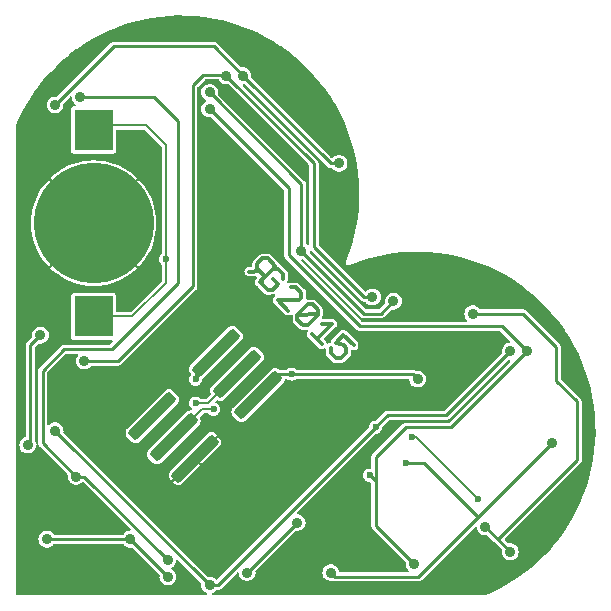
<source format=gtl>
%TF.GenerationSoftware,KiCad,Pcbnew,8.0.4*%
%TF.CreationDate,2024-08-07T01:10:05-04:00*%
%TF.ProjectId,heart-sao,68656172-742d-4736-916f-2e6b69636164,rev?*%
%TF.SameCoordinates,Original*%
%TF.FileFunction,Copper,L1,Top*%
%TF.FilePolarity,Positive*%
%FSLAX46Y46*%
G04 Gerber Fmt 4.6, Leading zero omitted, Abs format (unit mm)*
G04 Created by KiCad (PCBNEW 8.0.4) date 2024-08-07 01:10:05*
%MOMM*%
%LPD*%
G01*
G04 APERTURE LIST*
G04 Aperture macros list*
%AMRoundRect*
0 Rectangle with rounded corners*
0 $1 Rounding radius*
0 $2 $3 $4 $5 $6 $7 $8 $9 X,Y pos of 4 corners*
0 Add a 4 corners polygon primitive as box body*
4,1,4,$2,$3,$4,$5,$6,$7,$8,$9,$2,$3,0*
0 Add four circle primitives for the rounded corners*
1,1,$1+$1,$2,$3*
1,1,$1+$1,$4,$5*
1,1,$1+$1,$6,$7*
1,1,$1+$1,$8,$9*
0 Add four rect primitives between the rounded corners*
20,1,$1+$1,$2,$3,$4,$5,0*
20,1,$1+$1,$4,$5,$6,$7,0*
20,1,$1+$1,$6,$7,$8,$9,0*
20,1,$1+$1,$8,$9,$2,$3,0*%
G04 Aperture macros list end*
%TA.AperFunction,EtchedComponent*%
%ADD10C,0.304800*%
%TD*%
%TA.AperFunction,SMDPad,CuDef*%
%ADD11R,3.300000X3.500000*%
%TD*%
%TA.AperFunction,SMDPad,CuDef*%
%ADD12C,10.200000*%
%TD*%
%TA.AperFunction,SMDPad,CuDef*%
%ADD13RoundRect,0.255000X1.407142X1.767767X-1.767767X-1.407142X-1.407142X-1.767767X1.767767X1.407142X0*%
%TD*%
%TA.AperFunction,ViaPad*%
%ADD14C,0.906400*%
%TD*%
%TA.AperFunction,ViaPad*%
%ADD15C,0.600000*%
%TD*%
%TA.AperFunction,Conductor*%
%ADD16C,0.254000*%
%TD*%
%TA.AperFunction,Conductor*%
%ADD17C,0.200000*%
%TD*%
G04 APERTURE END LIST*
D10*
%TO.C,U$1*%
X144844179Y-101028016D02*
X144395166Y-101477029D01*
X144395166Y-101477029D02*
X144395166Y-101908081D01*
X143730627Y-102141568D02*
X144610692Y-102123607D01*
X145275231Y-101028016D02*
X144844179Y-101028016D01*
X144395166Y-101908081D02*
X144610692Y-102123607D01*
X144610692Y-102123607D02*
X145059705Y-102572620D01*
X145939770Y-101692555D02*
X145275231Y-101028016D01*
X145724244Y-101908081D02*
X145939770Y-101692555D01*
X145724244Y-101908081D02*
X146155296Y-101908081D01*
X145059705Y-102572620D02*
X145724244Y-101908081D01*
X144826218Y-102806107D02*
X145059705Y-102572620D01*
X144610692Y-103021633D02*
X144826218Y-102806107D01*
X146155296Y-101908081D02*
X146586348Y-102339133D01*
X144826218Y-103237159D02*
X144826218Y-102806107D01*
X145706283Y-102788146D02*
X146155296Y-103237159D01*
X146586348Y-102339133D02*
X146586348Y-102770186D01*
X145275231Y-103686172D02*
X144826218Y-103237159D01*
X146155296Y-103237159D02*
X145724244Y-103668211D01*
X145724244Y-103668211D02*
X145275231Y-103686172D01*
X147232927Y-103488606D02*
X147699900Y-103488606D01*
X146155296Y-104566237D02*
X147897466Y-104584197D01*
X147699900Y-103488606D02*
X148130952Y-103919658D01*
X148130952Y-103919658D02*
X148130952Y-104350711D01*
X147897466Y-104584197D02*
X148112992Y-104368671D01*
X147035361Y-105446302D02*
X146155296Y-104566237D01*
X148669768Y-104925447D02*
X147807663Y-105787552D01*
X147807663Y-105787552D02*
X149513912Y-105769591D01*
X149100820Y-104925447D02*
X148669768Y-104925447D01*
X147807663Y-106218604D02*
X147807663Y-105787552D01*
X147807663Y-106218604D02*
X148238715Y-106649656D01*
X149531872Y-105356499D02*
X149100820Y-104925447D01*
X148238715Y-106649656D02*
X148669768Y-106649656D01*
X149531872Y-105787552D02*
X149531872Y-105356499D01*
X148669768Y-106649656D02*
X149531872Y-105787552D01*
X149006492Y-107417433D02*
X149877577Y-108288518D01*
X150739681Y-106564309D02*
X149868667Y-106564309D01*
X150726317Y-106577814D02*
X149460101Y-107844030D01*
X151687134Y-107511761D02*
X151040555Y-108158339D01*
X150609503Y-109020444D02*
X150609503Y-108589392D01*
X151705094Y-108391826D02*
X151040555Y-108158339D01*
X151705094Y-108391826D02*
X151938581Y-108625313D01*
X151058516Y-109469457D02*
X150609503Y-109020444D01*
X151938581Y-108625313D02*
X151938581Y-109020444D01*
X152567199Y-108391826D02*
X151687134Y-107511761D01*
X151920620Y-109038404D02*
X151489568Y-109469457D01*
X151489568Y-109469457D02*
X151058516Y-109469457D01*
%TD*%
D11*
%TO.P,BT1,1,+*%
%TO.N,+3.3V*%
X130556000Y-90144000D03*
X130556000Y-105944000D03*
D12*
%TO.P,BT1,2,-*%
%TO.N,GND*%
X130556000Y-98044000D03*
%TD*%
D13*
%TO.P,J1,1,Pin_1*%
%TO.N,+3.3V*%
X144497549Y-112599304D03*
%TO.P,J1,2,Pin_2*%
%TO.N,GND*%
X139123537Y-117973316D03*
%TO.P,J1,3,Pin_3*%
%TO.N,/SDA*%
X142701498Y-110803253D03*
%TO.P,J1,4,Pin_4*%
%TO.N,/SCL*%
X137327486Y-116177265D03*
%TO.P,J1,5,Pin_5*%
%TO.N,/UPDI*%
X140905447Y-109007202D03*
%TO.P,J1,6,Pin_6*%
%TO.N,unconnected-(J1-Pin_6-Pad6)*%
X135531435Y-114381214D03*
%TD*%
D14*
%TO.N,GND*%
X140208000Y-119888000D03*
D15*
X134112000Y-90424000D03*
X135128000Y-91440000D03*
D14*
X141268700Y-118827400D03*
%TO.N,/CHARLIEPLEX0*%
X127286592Y-115611559D03*
D15*
X154432000Y-115316000D03*
D14*
X165823892Y-108894059D03*
X140368092Y-128693059D03*
X155924392Y-104651459D03*
X140368092Y-86973759D03*
X148146192Y-100408759D03*
%TO.N,/CHARLIEPLEX1*%
X141782292Y-85559559D03*
D15*
X163068000Y-121412000D03*
D14*
X129761492Y-109728000D03*
X154156592Y-104297859D03*
D15*
X157480000Y-116159500D03*
D14*
%TO.N,/CHARLIEPLEX2*%
X126039628Y-107528764D03*
X126579492Y-124803959D03*
X136832492Y-127985959D03*
X163702592Y-123743259D03*
X133650492Y-124803959D03*
X165823892Y-125864659D03*
X143549992Y-127632359D03*
X147783207Y-123399207D03*
X124968000Y-116840000D03*
X162641892Y-105712059D03*
%TO.N,/CHARLIEPLEX3*%
X143196492Y-85559559D03*
X151328192Y-92984159D03*
X167238092Y-108894059D03*
X127286592Y-88034359D03*
X140368092Y-88387959D03*
X157692192Y-126925259D03*
D15*
X153924000Y-119380000D03*
D14*
%TO.N,/CHARLIEPLEX4*%
X169359392Y-116672259D03*
X150621092Y-127632359D03*
X129407892Y-87376000D03*
X136832492Y-126571759D03*
X129054392Y-119500659D03*
D15*
X156972000Y-118364000D03*
%TO.N,+3.3V*%
X147320000Y-110824659D03*
D14*
X157988000Y-111252000D03*
D15*
X136652000Y-101092000D03*
%TO.N,/SDA*%
X139192000Y-113284000D03*
%TO.N,/UPDI*%
X139192000Y-111252000D03*
%TO.N,/SCL*%
X140716000Y-113792000D03*
%TD*%
D16*
%TO.N,/CHARLIEPLEX0*%
X148146192Y-94751959D02*
X140368092Y-86973759D01*
X141075192Y-128693059D02*
X154510192Y-115258059D01*
X154510192Y-115258059D02*
X154489941Y-115258059D01*
X155924392Y-104651459D02*
X154863692Y-105712059D01*
X127286592Y-115611559D02*
X140368092Y-128693059D01*
X154489941Y-115258059D02*
X154432000Y-115316000D01*
X165823892Y-108894059D02*
X160417951Y-114300000D01*
X140368092Y-128693059D02*
X141075192Y-128693059D01*
X148146192Y-100408759D02*
X148146192Y-94751959D01*
X155448000Y-114300000D02*
X154489941Y-115258059D01*
X154863692Y-105712059D02*
X153449492Y-105712059D01*
X160417951Y-114300000D02*
X155448000Y-114300000D01*
X153449492Y-105712059D02*
X148146192Y-100408759D01*
%TO.N,/CHARLIEPLEX1*%
X138953792Y-86360000D02*
X139834896Y-85478896D01*
D17*
X157480000Y-116159500D02*
X157815500Y-116159500D01*
D16*
X132588000Y-109728000D02*
X138953792Y-103362208D01*
X149206892Y-100055259D02*
X153449492Y-104297859D01*
X141782292Y-85559559D02*
X149206892Y-92984159D01*
X141701629Y-85478896D02*
X141782292Y-85559559D01*
X139834896Y-85478896D02*
X141701629Y-85478896D01*
X149206892Y-92984159D02*
X149206892Y-100055259D01*
X129761492Y-109728000D02*
X132588000Y-109728000D01*
D17*
X157815500Y-116159500D02*
X163068000Y-121412000D01*
D16*
X138953792Y-103362208D02*
X138953792Y-86360000D01*
X153449492Y-104297859D02*
X154156592Y-104297859D01*
%TO.N,/CHARLIEPLEX2*%
X126039628Y-107528764D02*
X125165292Y-108403100D01*
X171480792Y-118086459D02*
X171480792Y-113136659D01*
X166884592Y-105712059D02*
X162641892Y-105712059D01*
X125165292Y-108403100D02*
X125165292Y-116642708D01*
X169712992Y-111368959D02*
X169712992Y-108540459D01*
X163702592Y-123743259D02*
X164763192Y-124803959D01*
X143549992Y-127632359D02*
X147783144Y-123399207D01*
X125165292Y-116642708D02*
X124968000Y-116840000D01*
X164763192Y-124803959D02*
X165823892Y-125864659D01*
X164763192Y-124803959D02*
X171480792Y-118086459D01*
X133650492Y-124803959D02*
X136832492Y-127985959D01*
X171480792Y-113136659D02*
X169712992Y-111368959D01*
X147783144Y-123399207D02*
X147783207Y-123399207D01*
X126579492Y-124803959D02*
X133650492Y-124803959D01*
X169712992Y-108540459D02*
X166884592Y-105712059D01*
%TO.N,/CHARLIEPLEX3*%
X165116792Y-106772759D02*
X167238092Y-108894059D01*
X150621092Y-92984159D02*
X151328192Y-92984159D01*
X132236292Y-83084659D02*
X140721592Y-83084659D01*
X156972000Y-115316000D02*
X154432000Y-117856000D01*
X147085592Y-100762359D02*
X153095992Y-106772759D01*
X154432000Y-117856000D02*
X154432000Y-119888000D01*
X147085592Y-95105459D02*
X147085592Y-100762359D01*
X154432000Y-119888000D02*
X154432000Y-123665067D01*
X127286592Y-88034359D02*
X132236292Y-83084659D01*
X140368092Y-88387959D02*
X147085592Y-95105459D01*
X154432000Y-119888000D02*
X153924000Y-119380000D01*
X167238092Y-108894059D02*
X160816151Y-115316000D01*
X154432000Y-123665067D02*
X157692192Y-126925259D01*
X143196492Y-85559559D02*
X150621092Y-92984159D01*
X153095992Y-106772759D02*
X165116792Y-106772759D01*
X160816151Y-115316000D02*
X156972000Y-115316000D01*
X140721592Y-83084659D02*
X143196492Y-85559559D01*
%TO.N,/CHARLIEPLEX4*%
X156972000Y-118364000D02*
X158496000Y-118364000D01*
X129761492Y-119500659D02*
X136832492Y-126571759D01*
X150974692Y-127985959D02*
X150621092Y-127632359D01*
X158496000Y-118364000D02*
X163068000Y-122936000D01*
X129054392Y-119500659D02*
X129761492Y-119500659D01*
X126225892Y-110542722D02*
X126225892Y-116672259D01*
X132080000Y-108712000D02*
X128056614Y-108712000D01*
X163081826Y-122949825D02*
X169359392Y-116672259D01*
X158045692Y-127985959D02*
X150974692Y-127985959D01*
X129407892Y-87376000D02*
X135636000Y-87376000D01*
X135636000Y-87376000D02*
X137668000Y-89408000D01*
X163068000Y-122936000D02*
X163068000Y-122963651D01*
X163068000Y-122963651D02*
X158045692Y-127985959D01*
X137668000Y-103124000D02*
X132080000Y-108712000D01*
X137668000Y-89408000D02*
X137668000Y-103124000D01*
X128056614Y-108712000D02*
X126225892Y-110542722D01*
X126225892Y-116672259D02*
X129054392Y-119500659D01*
%TO.N,+3.3V*%
X157988000Y-111252000D02*
X157560659Y-110824659D01*
D17*
X134982000Y-89770000D02*
X136652000Y-91440000D01*
D16*
X146272194Y-110824659D02*
X144497549Y-112599304D01*
D17*
X130930000Y-89770000D02*
X134982000Y-89770000D01*
X136652000Y-91440000D02*
X136652000Y-101092000D01*
X133832000Y-105944000D02*
X130556000Y-105944000D01*
X130556000Y-90144000D02*
X130930000Y-89770000D01*
X136652000Y-103124000D02*
X133832000Y-105944000D01*
X136652000Y-101092000D02*
X136652000Y-103124000D01*
D16*
X157560659Y-110824659D02*
X146272194Y-110824659D01*
D17*
%TO.N,/SDA*%
X140220751Y-113284000D02*
X142701498Y-110803253D01*
X139192000Y-113284000D02*
X140220751Y-113284000D01*
%TO.N,/UPDI*%
X139192000Y-110720649D02*
X140905447Y-109007202D01*
X139192000Y-111252000D02*
X139192000Y-110720649D01*
%TO.N,/SCL*%
X140716000Y-113792000D02*
X139712751Y-113792000D01*
X139712751Y-113792000D02*
X137327486Y-116177265D01*
%TD*%
%TA.AperFunction,Conductor*%
%TO.N,GND*%
G36*
X138455693Y-80466585D02*
G01*
X138460727Y-80466761D01*
X139220432Y-80512805D01*
X139225461Y-80513237D01*
X139981844Y-80597699D01*
X139986866Y-80598389D01*
X140737977Y-80721047D01*
X140742977Y-80721995D01*
X141486896Y-80882537D01*
X141491835Y-80883735D01*
X141679822Y-80934392D01*
X142226663Y-81081749D01*
X142231551Y-81083199D01*
X142955424Y-81318184D01*
X142960197Y-81319868D01*
X143671281Y-81591229D01*
X143675947Y-81593148D01*
X144094713Y-81777767D01*
X144372317Y-81900153D01*
X144376927Y-81902326D01*
X145056883Y-82244222D01*
X145061342Y-82246608D01*
X145723100Y-82622500D01*
X145727466Y-82625129D01*
X146369298Y-83034033D01*
X146373526Y-83036879D01*
X146993857Y-83477789D01*
X146997905Y-83480822D01*
X147595119Y-83952596D01*
X147599032Y-83955852D01*
X147945178Y-84258992D01*
X148171559Y-84457246D01*
X148175301Y-84460695D01*
X148721721Y-84990466D01*
X148725270Y-84994087D01*
X149207768Y-85511809D01*
X149244123Y-85550818D01*
X149247498Y-85554628D01*
X149381742Y-85714161D01*
X149737512Y-86136953D01*
X149740694Y-86140935D01*
X150200571Y-86747317D01*
X150203547Y-86751455D01*
X150632113Y-87380338D01*
X150634876Y-87384621D01*
X150829023Y-87703058D01*
X151031010Y-88034355D01*
X151031054Y-88034426D01*
X151033592Y-88038837D01*
X151130384Y-88217352D01*
X151396345Y-88707868D01*
X151398660Y-88712409D01*
X151727056Y-89398946D01*
X151729138Y-89403598D01*
X152022341Y-90105887D01*
X152024185Y-90110639D01*
X152281441Y-90826876D01*
X152283042Y-90831715D01*
X152503691Y-91560064D01*
X152505045Y-91564978D01*
X152688521Y-92303576D01*
X152689624Y-92308552D01*
X152835458Y-93055501D01*
X152836307Y-93060527D01*
X152944116Y-93813877D01*
X152944710Y-93818939D01*
X153014225Y-94576795D01*
X153014562Y-94581881D01*
X153045603Y-95342286D01*
X153045682Y-95347382D01*
X153038170Y-96108380D01*
X153037991Y-96113474D01*
X152991942Y-96873143D01*
X152991504Y-96878221D01*
X152907043Y-97634525D01*
X152906350Y-97639575D01*
X152783683Y-98390687D01*
X152782734Y-98395695D01*
X152622186Y-99139601D01*
X152620985Y-99144554D01*
X152422961Y-99879392D01*
X152421510Y-99884278D01*
X152186529Y-100608115D01*
X152184833Y-100612922D01*
X151913126Y-101324887D01*
X151911973Y-101327775D01*
X151897398Y-101362685D01*
X151897396Y-101362699D01*
X151897276Y-101363303D01*
X151897179Y-101363781D01*
X151897288Y-101403123D01*
X151897288Y-101403679D01*
X151897177Y-101443715D01*
X151897280Y-101444234D01*
X151897394Y-101444820D01*
X151912540Y-101481100D01*
X151912754Y-101481615D01*
X151927984Y-101518675D01*
X151928010Y-101518713D01*
X151928372Y-101519255D01*
X151928608Y-101519610D01*
X151956483Y-101547329D01*
X151956861Y-101547707D01*
X151985120Y-101576125D01*
X151985122Y-101576126D01*
X151985367Y-101576290D01*
X151986066Y-101576760D01*
X151986088Y-101576769D01*
X152022586Y-101591767D01*
X152022842Y-101591873D01*
X152059901Y-101607346D01*
X152059903Y-101607346D01*
X152059908Y-101607348D01*
X152060114Y-101607389D01*
X152060568Y-101607480D01*
X152061024Y-101607571D01*
X152061040Y-101607570D01*
X152061043Y-101607572D01*
X152100811Y-101607460D01*
X152140938Y-101607573D01*
X152140940Y-101607571D01*
X152140942Y-101607572D01*
X152141036Y-101607554D01*
X152141480Y-101607466D01*
X152142064Y-101607351D01*
X152142078Y-101607345D01*
X152142079Y-101607345D01*
X152177088Y-101592728D01*
X152179830Y-101591632D01*
X152891855Y-101319907D01*
X152896582Y-101318239D01*
X153620500Y-101083237D01*
X153625364Y-101081794D01*
X154360203Y-100883773D01*
X154365124Y-100882580D01*
X155109056Y-100722032D01*
X155114043Y-100721087D01*
X155865169Y-100598422D01*
X155870163Y-100597735D01*
X156626556Y-100513269D01*
X156631595Y-100512835D01*
X157391292Y-100466788D01*
X157396323Y-100466612D01*
X158157354Y-100459103D01*
X158162441Y-100459181D01*
X158922855Y-100490227D01*
X158927931Y-100490563D01*
X159685817Y-100560084D01*
X159690817Y-100560671D01*
X160444214Y-100668491D01*
X160449212Y-100669335D01*
X161196169Y-100815173D01*
X161201137Y-100816274D01*
X161939755Y-100999759D01*
X161944639Y-101001104D01*
X162673013Y-101221764D01*
X162677836Y-101223360D01*
X163189629Y-101407186D01*
X163394073Y-101480618D01*
X163398825Y-101482462D01*
X164101111Y-101775667D01*
X164105763Y-101777749D01*
X164292697Y-101867167D01*
X164792309Y-102106152D01*
X164796825Y-102108455D01*
X165465896Y-102471231D01*
X165470268Y-102473747D01*
X166120076Y-102869929D01*
X166124335Y-102872675D01*
X166709536Y-103271476D01*
X166753241Y-103301260D01*
X166757379Y-103304236D01*
X167363757Y-103764113D01*
X167367739Y-103767295D01*
X167928979Y-104239567D01*
X167950057Y-104257303D01*
X167953864Y-104260675D01*
X168111225Y-104407331D01*
X168510591Y-104779526D01*
X168514231Y-104783094D01*
X168768630Y-105045489D01*
X169032864Y-105318028D01*
X169043985Y-105329498D01*
X169047435Y-105333242D01*
X169307755Y-105630494D01*
X169548826Y-105905766D01*
X169552086Y-105909684D01*
X170023845Y-106506882D01*
X170026902Y-106510961D01*
X170264116Y-106844705D01*
X170467799Y-107131273D01*
X170470628Y-107135475D01*
X170612496Y-107358157D01*
X170879556Y-107777347D01*
X170882184Y-107781713D01*
X171258057Y-108443437D01*
X171260462Y-108447932D01*
X171602347Y-109127867D01*
X171604520Y-109132477D01*
X171842056Y-109671272D01*
X171867065Y-109728000D01*
X171911514Y-109828821D01*
X171913450Y-109833531D01*
X172008844Y-110083503D01*
X172184798Y-110544576D01*
X172186494Y-110549383D01*
X172421472Y-111273238D01*
X172422922Y-111278124D01*
X172620934Y-112012943D01*
X172622135Y-112017896D01*
X172782675Y-112761801D01*
X172783624Y-112766809D01*
X172906281Y-113517900D01*
X172906975Y-113522950D01*
X172991433Y-114279291D01*
X172991870Y-114284369D01*
X173037911Y-115044017D01*
X173038090Y-115049111D01*
X173045595Y-115810107D01*
X173045516Y-115815203D01*
X173014468Y-116575606D01*
X173014131Y-116580692D01*
X172944610Y-117338545D01*
X172944016Y-117343607D01*
X172836201Y-118096953D01*
X172835352Y-118101979D01*
X172689513Y-118848925D01*
X172688410Y-118853901D01*
X172504929Y-119592494D01*
X172503575Y-119597408D01*
X172282921Y-120325754D01*
X172281320Y-120330593D01*
X172024061Y-121046826D01*
X172022217Y-121051578D01*
X171729010Y-121753863D01*
X171726928Y-121758515D01*
X171398519Y-122445062D01*
X171396203Y-122449603D01*
X171033455Y-123118615D01*
X171030913Y-123123032D01*
X170634746Y-123772812D01*
X170631985Y-123777093D01*
X170548696Y-123899313D01*
X170203397Y-124406002D01*
X170200420Y-124410139D01*
X169740560Y-125016490D01*
X169737379Y-125020472D01*
X169247367Y-125602789D01*
X169243987Y-125606605D01*
X168725123Y-126163343D01*
X168721555Y-126166982D01*
X168175160Y-126696723D01*
X168171412Y-126700177D01*
X167598880Y-127201570D01*
X167594961Y-127204830D01*
X166997780Y-127676572D01*
X166993702Y-127679629D01*
X166373391Y-128120522D01*
X166369163Y-128123369D01*
X165727309Y-128532282D01*
X165722942Y-128534911D01*
X165061204Y-128910788D01*
X165056710Y-128913192D01*
X164376797Y-129255064D01*
X164372187Y-129257237D01*
X163727599Y-129541410D01*
X163687017Y-129549959D01*
X140666398Y-129549959D01*
X140607267Y-129530746D01*
X140570722Y-129480446D01*
X140570722Y-129418272D01*
X140607267Y-129367972D01*
X140619647Y-129360282D01*
X140654279Y-129342105D01*
X140773064Y-129279763D01*
X140901704Y-129165798D01*
X140934688Y-129118011D01*
X140984090Y-129080262D01*
X141017480Y-129074559D01*
X141125415Y-129074559D01*
X141125417Y-129074559D01*
X141222446Y-129048560D01*
X141309439Y-128998335D01*
X141380468Y-128927306D01*
X142673493Y-127634279D01*
X142728889Y-127606055D01*
X142790297Y-127615781D01*
X142834261Y-127659744D01*
X142844492Y-127693290D01*
X142857808Y-127802956D01*
X142857809Y-127802962D01*
X142857810Y-127802967D01*
X142887017Y-127879979D01*
X142918752Y-127963659D01*
X142918752Y-127963660D01*
X143016379Y-128105097D01*
X143016383Y-128105101D01*
X143127433Y-128203482D01*
X143145020Y-128219063D01*
X143297191Y-128298928D01*
X143297192Y-128298928D01*
X143297195Y-128298930D01*
X143464062Y-128340059D01*
X143464066Y-128340059D01*
X143635918Y-128340059D01*
X143635922Y-128340059D01*
X143802789Y-128298930D01*
X143954964Y-128219063D01*
X144083604Y-128105098D01*
X144181232Y-127963659D01*
X144242174Y-127802967D01*
X144252109Y-127721144D01*
X144262890Y-127632362D01*
X144262890Y-127632356D01*
X144251061Y-127534946D01*
X144250021Y-127526380D01*
X144261965Y-127465366D01*
X144278748Y-127443124D01*
X147591123Y-124130749D01*
X147646519Y-124102525D01*
X147686330Y-124104209D01*
X147688272Y-124104687D01*
X147697277Y-124106907D01*
X147697281Y-124106907D01*
X147869133Y-124106907D01*
X147869137Y-124106907D01*
X148036004Y-124065778D01*
X148188179Y-123985911D01*
X148316819Y-123871946D01*
X148414447Y-123730507D01*
X148475389Y-123569815D01*
X148488713Y-123460082D01*
X148496105Y-123399210D01*
X148496105Y-123399203D01*
X148475390Y-123228609D01*
X148475389Y-123228599D01*
X148414447Y-123067907D01*
X148410417Y-123062069D01*
X148316819Y-122926468D01*
X148316815Y-122926464D01*
X148188178Y-122812502D01*
X148036006Y-122732637D01*
X148036008Y-122732637D01*
X147869139Y-122691507D01*
X147869137Y-122691507D01*
X147859136Y-122691507D01*
X147800005Y-122672294D01*
X147763460Y-122621994D01*
X147763460Y-122559820D01*
X147788001Y-122519772D01*
X151072527Y-119235246D01*
X154408418Y-115899354D01*
X154463814Y-115871130D01*
X154466302Y-115870768D01*
X154576754Y-115856228D01*
X154576756Y-115856227D01*
X154576757Y-115856227D01*
X154642104Y-115829159D01*
X154711643Y-115800355D01*
X154827474Y-115711474D01*
X154916355Y-115595643D01*
X154972228Y-115460754D01*
X154989824Y-115327098D01*
X155016590Y-115270980D01*
X155018388Y-115269133D01*
X155576558Y-114710965D01*
X155631956Y-114682739D01*
X155647693Y-114681500D01*
X160468174Y-114681500D01*
X160468176Y-114681500D01*
X160565205Y-114655501D01*
X160652198Y-114605276D01*
X160723227Y-114534247D01*
X165631859Y-109625613D01*
X165687255Y-109597389D01*
X165727068Y-109599073D01*
X165737962Y-109601759D01*
X165737966Y-109601759D01*
X165747998Y-109601759D01*
X165807129Y-109620972D01*
X165843674Y-109671272D01*
X165843674Y-109733446D01*
X165819133Y-109773494D01*
X160687593Y-114905035D01*
X160632195Y-114933261D01*
X160616458Y-114934500D01*
X156921770Y-114934500D01*
X156824752Y-114960496D01*
X156824745Y-114960499D01*
X156737755Y-115010723D01*
X156737749Y-115010727D01*
X156666723Y-115081752D01*
X156666724Y-115081753D01*
X156666722Y-115081755D01*
X154183605Y-117564870D01*
X154183603Y-117564874D01*
X154126724Y-117621753D01*
X154126723Y-117621755D01*
X154076499Y-117708745D01*
X154076496Y-117708752D01*
X154050500Y-117805770D01*
X154050500Y-118722656D01*
X154031287Y-118781787D01*
X153980987Y-118818332D01*
X153936773Y-118822396D01*
X153924000Y-118820715D01*
X153923997Y-118820715D01*
X153779246Y-118839771D01*
X153644362Y-118895642D01*
X153644360Y-118895643D01*
X153528526Y-118984526D01*
X153439643Y-119100360D01*
X153439642Y-119100362D01*
X153383771Y-119235246D01*
X153364715Y-119379996D01*
X153364715Y-119380003D01*
X153383771Y-119524754D01*
X153439644Y-119659642D01*
X153439645Y-119659643D01*
X153528526Y-119775474D01*
X153644357Y-119864355D01*
X153779246Y-119920228D01*
X153912901Y-119937824D01*
X153969019Y-119964590D01*
X153970906Y-119966428D01*
X154021035Y-120016557D01*
X154049261Y-120071955D01*
X154050500Y-120087692D01*
X154050500Y-123715296D01*
X154076497Y-123812317D01*
X154076497Y-123812318D01*
X154076499Y-123812321D01*
X154105664Y-123862836D01*
X154126723Y-123899313D01*
X156963430Y-126736020D01*
X156991656Y-126791418D01*
X156992162Y-126819280D01*
X156981990Y-126903060D01*
X156979294Y-126925261D01*
X156979294Y-126925262D01*
X157000008Y-127095856D01*
X157000009Y-127095862D01*
X157000010Y-127095867D01*
X157035627Y-127189782D01*
X157060952Y-127256559D01*
X157060952Y-127256560D01*
X157158579Y-127397997D01*
X157158583Y-127398001D01*
X157193076Y-127428559D01*
X157224596Y-127482151D01*
X157218595Y-127544035D01*
X157177366Y-127590573D01*
X157126366Y-127604459D01*
X151419726Y-127604459D01*
X151360595Y-127585246D01*
X151324050Y-127534946D01*
X151319860Y-127515985D01*
X151313274Y-127461752D01*
X151300686Y-127428559D01*
X151252332Y-127301059D01*
X151237008Y-127278859D01*
X151154704Y-127159620D01*
X151154700Y-127159616D01*
X151026063Y-127045654D01*
X150873891Y-126965789D01*
X150873893Y-126965789D01*
X150707024Y-126924659D01*
X150707022Y-126924659D01*
X150535162Y-126924659D01*
X150535159Y-126924659D01*
X150368291Y-126965789D01*
X150216120Y-127045654D01*
X150087483Y-127159616D01*
X150087479Y-127159620D01*
X149989852Y-127301057D01*
X149989852Y-127301058D01*
X149964489Y-127367936D01*
X149952612Y-127399255D01*
X149928910Y-127461752D01*
X149928908Y-127461761D01*
X149908194Y-127632355D01*
X149908194Y-127632362D01*
X149928908Y-127802956D01*
X149928909Y-127802962D01*
X149928910Y-127802967D01*
X149958117Y-127879979D01*
X149989852Y-127963659D01*
X149989852Y-127963660D01*
X150087479Y-128105097D01*
X150087483Y-128105101D01*
X150198533Y-128203482D01*
X150216120Y-128219063D01*
X150368291Y-128298928D01*
X150368292Y-128298928D01*
X150368295Y-128298930D01*
X150535162Y-128340059D01*
X150535166Y-128340059D01*
X150707018Y-128340059D01*
X150707022Y-128340059D01*
X150750397Y-128329368D01*
X150812408Y-128333870D01*
X150824770Y-128339920D01*
X150827439Y-128341461D01*
X150827441Y-128341462D01*
X150924461Y-128367458D01*
X150924465Y-128367458D01*
X150924467Y-128367459D01*
X150924469Y-128367459D01*
X158095915Y-128367459D01*
X158095917Y-128367459D01*
X158192946Y-128341460D01*
X158279939Y-128291235D01*
X158350968Y-128220206D01*
X162826082Y-123745090D01*
X162881478Y-123716866D01*
X162942886Y-123726592D01*
X162986850Y-123770556D01*
X162997081Y-123804101D01*
X163010408Y-123913856D01*
X163010409Y-123913862D01*
X163010410Y-123913867D01*
X163068021Y-124065776D01*
X163071352Y-124074559D01*
X163071352Y-124074560D01*
X163168979Y-124215997D01*
X163168983Y-124216001D01*
X163175206Y-124221514D01*
X163297620Y-124329963D01*
X163449791Y-124409828D01*
X163449792Y-124409828D01*
X163449795Y-124409830D01*
X163616662Y-124450959D01*
X163616666Y-124450959D01*
X163788518Y-124450959D01*
X163788522Y-124450959D01*
X163799379Y-124448283D01*
X163861390Y-124452785D01*
X163894594Y-124474827D01*
X164454390Y-125034677D01*
X164454423Y-125034713D01*
X164496843Y-125077133D01*
X164533655Y-125113949D01*
X164533686Y-125113976D01*
X165095130Y-125675420D01*
X165123356Y-125730818D01*
X165123862Y-125758680D01*
X165110995Y-125864655D01*
X165110994Y-125864661D01*
X165110994Y-125864662D01*
X165131708Y-126035256D01*
X165131709Y-126035262D01*
X165131710Y-126035267D01*
X165181663Y-126166982D01*
X165192652Y-126195959D01*
X165192652Y-126195960D01*
X165290279Y-126337397D01*
X165290283Y-126337401D01*
X165341204Y-126382513D01*
X165418920Y-126451363D01*
X165571091Y-126531228D01*
X165571092Y-126531228D01*
X165571095Y-126531230D01*
X165737962Y-126572359D01*
X165737966Y-126572359D01*
X165909818Y-126572359D01*
X165909822Y-126572359D01*
X166076689Y-126531230D01*
X166228864Y-126451363D01*
X166357504Y-126337398D01*
X166455132Y-126195959D01*
X166516074Y-126035267D01*
X166533640Y-125890602D01*
X166536790Y-125864662D01*
X166536790Y-125864655D01*
X166516075Y-125694061D01*
X166516074Y-125694051D01*
X166455132Y-125533359D01*
X166440152Y-125511657D01*
X166357504Y-125391920D01*
X166357500Y-125391916D01*
X166228863Y-125277954D01*
X166076691Y-125198089D01*
X166076693Y-125198089D01*
X165909824Y-125156959D01*
X165909822Y-125156959D01*
X165737962Y-125156959D01*
X165732242Y-125158368D01*
X165727063Y-125159645D01*
X165665052Y-125155138D01*
X165631857Y-125133102D01*
X165491951Y-124993196D01*
X165373849Y-124875093D01*
X165345624Y-124819697D01*
X165355350Y-124758289D01*
X165373848Y-124732828D01*
X171715036Y-118391736D01*
X171715039Y-118391735D01*
X171786068Y-118320706D01*
X171836293Y-118233713D01*
X171855703Y-118161276D01*
X171862292Y-118136687D01*
X171862293Y-118036237D01*
X171862292Y-118036233D01*
X171862292Y-113193895D01*
X171862293Y-113193866D01*
X171862292Y-113186876D01*
X171862294Y-113186873D01*
X171862292Y-113119091D01*
X171862292Y-113086434D01*
X171862292Y-113086427D01*
X171847969Y-113032983D01*
X171847968Y-113032978D01*
X171840300Y-113004362D01*
X171836293Y-112989405D01*
X171836291Y-112989401D01*
X171836290Y-112989397D01*
X171815656Y-112953660D01*
X171815654Y-112953656D01*
X171787549Y-112904976D01*
X171786363Y-112902772D01*
X171786169Y-112902511D01*
X171768379Y-112884722D01*
X171768377Y-112884721D01*
X171711017Y-112827361D01*
X171710987Y-112827334D01*
X170123959Y-111240395D01*
X170095731Y-111184998D01*
X170094492Y-111169258D01*
X170094492Y-108598800D01*
X170094493Y-108598787D01*
X170094493Y-108490234D01*
X170094492Y-108490231D01*
X170068494Y-108393206D01*
X170018268Y-108306212D01*
X167118839Y-105406783D01*
X167031846Y-105356558D01*
X167031839Y-105356555D01*
X166934821Y-105330559D01*
X166934817Y-105330559D01*
X163291280Y-105330559D01*
X163232149Y-105311346D01*
X163208488Y-105287106D01*
X163175504Y-105239320D01*
X163175500Y-105239316D01*
X163046863Y-105125354D01*
X162894691Y-105045489D01*
X162894693Y-105045489D01*
X162727824Y-105004359D01*
X162727822Y-105004359D01*
X162555962Y-105004359D01*
X162555959Y-105004359D01*
X162389091Y-105045489D01*
X162236920Y-105125354D01*
X162108283Y-105239316D01*
X162108279Y-105239320D01*
X162010652Y-105380757D01*
X162010652Y-105380758D01*
X162010652Y-105380759D01*
X161951130Y-105537709D01*
X161949710Y-105541452D01*
X161949708Y-105541461D01*
X161928994Y-105712055D01*
X161928994Y-105712062D01*
X161949708Y-105882656D01*
X161949709Y-105882662D01*
X161949710Y-105882667D01*
X162000784Y-106017340D01*
X162010652Y-106043359D01*
X162010652Y-106043360D01*
X162108279Y-106184797D01*
X162108283Y-106184801D01*
X162142776Y-106215359D01*
X162174296Y-106268951D01*
X162168295Y-106330835D01*
X162127066Y-106377373D01*
X162076066Y-106391259D01*
X153295685Y-106391259D01*
X153236554Y-106372046D01*
X153224550Y-106361794D01*
X148150950Y-101288194D01*
X148122724Y-101232796D01*
X148132450Y-101171388D01*
X148176414Y-101127424D01*
X148222085Y-101116459D01*
X148232118Y-101116459D01*
X148232122Y-101116459D01*
X148243010Y-101113775D01*
X148305021Y-101118275D01*
X148338225Y-101140315D01*
X153215244Y-106017334D01*
X153215243Y-106017334D01*
X153215264Y-106017346D01*
X153302239Y-106067561D01*
X153399267Y-106093560D01*
X153505878Y-106093560D01*
X153505894Y-106093559D01*
X154853629Y-106093559D01*
X154913899Y-106093562D01*
X154913903Y-106093561D01*
X154913904Y-106093561D01*
X154913907Y-106093560D01*
X154913911Y-106093559D01*
X154913917Y-106093559D01*
X154961415Y-106080832D01*
X155006994Y-106068621D01*
X155011007Y-106067720D01*
X155011641Y-106067388D01*
X155015108Y-106065156D01*
X155063194Y-106037395D01*
X155083415Y-106025722D01*
X155095365Y-106018824D01*
X155098253Y-106017269D01*
X155098326Y-106017213D01*
X155101112Y-106014161D01*
X155140231Y-105975042D01*
X155732327Y-105383001D01*
X155787724Y-105354779D01*
X155827531Y-105356464D01*
X155838462Y-105359159D01*
X155838466Y-105359159D01*
X156010318Y-105359159D01*
X156010322Y-105359159D01*
X156177189Y-105318030D01*
X156329364Y-105238163D01*
X156458004Y-105124198D01*
X156555632Y-104982759D01*
X156616574Y-104822067D01*
X156631569Y-104698572D01*
X156637290Y-104651462D01*
X156637290Y-104651455D01*
X156616575Y-104480861D01*
X156616574Y-104480851D01*
X156555632Y-104320159D01*
X156553033Y-104316394D01*
X156458004Y-104178720D01*
X156458000Y-104178716D01*
X156329363Y-104064754D01*
X156177191Y-103984889D01*
X156177193Y-103984889D01*
X156010324Y-103943759D01*
X156010322Y-103943759D01*
X155838462Y-103943759D01*
X155838459Y-103943759D01*
X155671591Y-103984889D01*
X155519420Y-104064754D01*
X155390783Y-104178716D01*
X155390779Y-104178720D01*
X155293152Y-104320157D01*
X155293152Y-104320158D01*
X155277510Y-104361404D01*
X155236908Y-104468465D01*
X155232210Y-104480852D01*
X155232208Y-104480861D01*
X155211494Y-104651455D01*
X155211494Y-104651462D01*
X155224357Y-104757397D01*
X155212412Y-104818413D01*
X155195623Y-104840661D01*
X154735145Y-105301097D01*
X154679746Y-105329321D01*
X154664013Y-105330559D01*
X153649185Y-105330559D01*
X153590054Y-105311346D01*
X153578050Y-105301094D01*
X148874952Y-100597996D01*
X148846726Y-100542598D01*
X148846221Y-100514738D01*
X148851702Y-100469599D01*
X148877903Y-100413216D01*
X148932242Y-100383002D01*
X148993963Y-100390497D01*
X149022703Y-100410593D01*
X153140698Y-104528587D01*
X153140719Y-104528610D01*
X153179883Y-104567773D01*
X153215245Y-104603135D01*
X153302238Y-104653360D01*
X153302241Y-104653360D01*
X153302244Y-104653362D01*
X153399262Y-104679358D01*
X153399264Y-104679358D01*
X153399267Y-104679359D01*
X153507204Y-104679359D01*
X153566335Y-104698572D01*
X153589996Y-104722812D01*
X153622979Y-104770597D01*
X153622983Y-104770601D01*
X153715478Y-104852544D01*
X153751620Y-104884563D01*
X153903791Y-104964428D01*
X153903792Y-104964428D01*
X153903795Y-104964430D01*
X154070662Y-105005559D01*
X154070666Y-105005559D01*
X154242518Y-105005559D01*
X154242522Y-105005559D01*
X154409389Y-104964430D01*
X154561564Y-104884563D01*
X154690204Y-104770598D01*
X154787832Y-104629159D01*
X154848774Y-104468467D01*
X154861882Y-104360513D01*
X154869490Y-104297862D01*
X154869490Y-104297855D01*
X154854433Y-104173855D01*
X154848774Y-104127251D01*
X154787832Y-103966559D01*
X154779347Y-103954267D01*
X154690204Y-103825120D01*
X154690200Y-103825116D01*
X154561563Y-103711154D01*
X154409391Y-103631289D01*
X154409393Y-103631289D01*
X154242524Y-103590159D01*
X154242522Y-103590159D01*
X154070662Y-103590159D01*
X154070659Y-103590159D01*
X153903791Y-103631289D01*
X153751623Y-103711153D01*
X153751621Y-103711154D01*
X153751620Y-103711155D01*
X153641985Y-103808283D01*
X153637283Y-103812449D01*
X153580282Y-103837278D01*
X153519572Y-103823862D01*
X153499438Y-103808283D01*
X151569394Y-101878239D01*
X149617857Y-99926701D01*
X149589631Y-99871303D01*
X149588392Y-99855566D01*
X149588392Y-92933935D01*
X149588391Y-92933929D01*
X149562395Y-92836911D01*
X149562393Y-92836908D01*
X149562393Y-92836905D01*
X149512168Y-92749912D01*
X149498004Y-92735748D01*
X149441139Y-92678882D01*
X149441139Y-92678883D01*
X143201250Y-86438994D01*
X143173024Y-86383596D01*
X143182750Y-86322188D01*
X143226714Y-86278224D01*
X143272385Y-86267259D01*
X143282418Y-86267259D01*
X143282422Y-86267259D01*
X143293310Y-86264575D01*
X143355321Y-86269075D01*
X143388525Y-86291115D01*
X150315816Y-93218406D01*
X150315815Y-93218406D01*
X150386841Y-93289431D01*
X150386845Y-93289435D01*
X150473838Y-93339660D01*
X150473841Y-93339660D01*
X150473844Y-93339662D01*
X150570862Y-93365658D01*
X150570864Y-93365658D01*
X150570867Y-93365659D01*
X150671317Y-93365659D01*
X150678804Y-93365659D01*
X150737935Y-93384872D01*
X150761596Y-93409112D01*
X150794579Y-93456897D01*
X150794583Y-93456901D01*
X150923220Y-93570863D01*
X151075391Y-93650728D01*
X151075392Y-93650728D01*
X151075395Y-93650730D01*
X151242262Y-93691859D01*
X151242266Y-93691859D01*
X151414118Y-93691859D01*
X151414122Y-93691859D01*
X151580989Y-93650730D01*
X151733164Y-93570863D01*
X151861804Y-93456898D01*
X151959432Y-93315459D01*
X152020374Y-93154767D01*
X152041090Y-92984159D01*
X152034991Y-92933934D01*
X152020375Y-92813561D01*
X152020374Y-92813551D01*
X151959432Y-92652859D01*
X151861804Y-92511420D01*
X151861800Y-92511416D01*
X151733163Y-92397454D01*
X151580991Y-92317589D01*
X151580993Y-92317589D01*
X151414124Y-92276459D01*
X151414122Y-92276459D01*
X151242262Y-92276459D01*
X151242259Y-92276459D01*
X151075391Y-92317589D01*
X150923220Y-92397454D01*
X150808882Y-92498748D01*
X150751881Y-92523577D01*
X150691172Y-92510161D01*
X150671038Y-92494582D01*
X143925252Y-85748796D01*
X143897026Y-85693398D01*
X143896521Y-85665538D01*
X143909390Y-85559559D01*
X143888674Y-85388951D01*
X143827732Y-85228259D01*
X143730104Y-85086820D01*
X143730100Y-85086816D01*
X143601463Y-84972854D01*
X143449291Y-84892989D01*
X143449293Y-84892989D01*
X143282424Y-84851859D01*
X143282422Y-84851859D01*
X143110562Y-84851859D01*
X143099664Y-84854544D01*
X143037654Y-84850039D01*
X143004458Y-84828002D01*
X142129052Y-83952596D01*
X140955839Y-82779383D01*
X140868846Y-82729158D01*
X140868839Y-82729155D01*
X140771821Y-82703159D01*
X140771817Y-82703159D01*
X132286517Y-82703159D01*
X132186067Y-82703159D01*
X132186061Y-82703159D01*
X132089042Y-82729155D01*
X132089037Y-82729157D01*
X132002044Y-82779383D01*
X127478624Y-87302802D01*
X127423226Y-87331028D01*
X127383416Y-87329344D01*
X127372522Y-87326659D01*
X127200662Y-87326659D01*
X127200659Y-87326659D01*
X127033791Y-87367789D01*
X126881620Y-87447654D01*
X126752983Y-87561616D01*
X126752979Y-87561620D01*
X126655352Y-87703057D01*
X126655352Y-87703058D01*
X126629989Y-87769936D01*
X126600104Y-87848739D01*
X126594410Y-87863752D01*
X126594408Y-87863761D01*
X126573694Y-88034355D01*
X126573694Y-88034362D01*
X126594408Y-88204956D01*
X126594409Y-88204962D01*
X126594410Y-88204967D01*
X126655352Y-88365659D01*
X126655352Y-88365660D01*
X126752979Y-88507097D01*
X126752983Y-88507101D01*
X126832104Y-88577196D01*
X126881620Y-88621063D01*
X127033791Y-88700928D01*
X127033792Y-88700928D01*
X127033795Y-88700930D01*
X127200662Y-88742059D01*
X127200666Y-88742059D01*
X127372518Y-88742059D01*
X127372522Y-88742059D01*
X127539389Y-88700930D01*
X127691564Y-88621063D01*
X127820204Y-88507098D01*
X127917832Y-88365659D01*
X127978774Y-88204967D01*
X127995164Y-88069987D01*
X127999490Y-88034362D01*
X127999490Y-88034355D01*
X127987286Y-87933854D01*
X127986621Y-87928380D01*
X127998565Y-87867366D01*
X128015348Y-87845124D01*
X128526104Y-87334368D01*
X128581500Y-87306144D01*
X128642908Y-87315870D01*
X128686872Y-87359834D01*
X128697103Y-87393378D01*
X128715708Y-87546598D01*
X128715709Y-87546604D01*
X128715710Y-87546608D01*
X128749716Y-87636274D01*
X128776652Y-87707300D01*
X128776652Y-87707301D01*
X128874279Y-87848738D01*
X128874283Y-87848742D01*
X128909291Y-87879756D01*
X129002920Y-87962704D01*
X129002921Y-87962704D01*
X129003932Y-87963600D01*
X129035452Y-88017192D01*
X129029451Y-88079076D01*
X128988223Y-88125614D01*
X128937224Y-88139500D01*
X128880934Y-88139500D01*
X128806698Y-88154266D01*
X128806695Y-88154267D01*
X128722517Y-88210514D01*
X128722515Y-88210516D01*
X128666265Y-88294700D01*
X128651500Y-88368933D01*
X128651500Y-91919065D01*
X128666266Y-91993301D01*
X128666267Y-91993304D01*
X128722514Y-92077482D01*
X128722515Y-92077483D01*
X128722516Y-92077484D01*
X128806699Y-92133734D01*
X128880933Y-92148500D01*
X132231066Y-92148499D01*
X132305301Y-92133734D01*
X132389484Y-92077484D01*
X132445734Y-91993301D01*
X132460500Y-91919067D01*
X132460499Y-90225099D01*
X132479712Y-90165969D01*
X132530012Y-90129424D01*
X132561099Y-90124500D01*
X134793491Y-90124500D01*
X134852622Y-90143713D01*
X134864626Y-90153965D01*
X136268035Y-91557374D01*
X136296261Y-91612772D01*
X136297500Y-91628509D01*
X136297500Y-100615475D01*
X136278287Y-100674606D01*
X136258142Y-100695286D01*
X136256526Y-100696525D01*
X136167643Y-100812360D01*
X136167642Y-100812362D01*
X136111771Y-100947246D01*
X136092715Y-101091996D01*
X136092715Y-101092003D01*
X136111771Y-101236754D01*
X136167644Y-101371642D01*
X136256525Y-101487473D01*
X136258141Y-101488713D01*
X136258967Y-101489915D01*
X136261189Y-101492137D01*
X136260777Y-101492548D01*
X136293357Y-101539952D01*
X136297500Y-101568525D01*
X136297500Y-102935491D01*
X136278287Y-102994622D01*
X136268035Y-103006626D01*
X133714626Y-105560035D01*
X133659228Y-105588261D01*
X133643491Y-105589500D01*
X132561099Y-105589500D01*
X132501968Y-105570287D01*
X132465423Y-105519987D01*
X132460499Y-105488900D01*
X132460499Y-104168934D01*
X132458546Y-104159115D01*
X132445734Y-104094699D01*
X132445732Y-104094697D01*
X132445732Y-104094695D01*
X132389485Y-104010517D01*
X132389483Y-104010515D01*
X132341213Y-103978262D01*
X132305301Y-103954266D01*
X132305300Y-103954265D01*
X132305299Y-103954265D01*
X132242896Y-103941853D01*
X132231067Y-103939500D01*
X132231066Y-103939500D01*
X128880934Y-103939500D01*
X128806698Y-103954266D01*
X128806695Y-103954267D01*
X128722517Y-104010514D01*
X128722515Y-104010516D01*
X128666265Y-104094700D01*
X128651500Y-104168933D01*
X128651500Y-107719065D01*
X128666266Y-107793301D01*
X128666267Y-107793304D01*
X128722514Y-107877482D01*
X128722516Y-107877484D01*
X128806699Y-107933734D01*
X128880933Y-107948500D01*
X132061107Y-107948499D01*
X132120238Y-107967712D01*
X132156783Y-108018012D01*
X132156783Y-108080186D01*
X132132242Y-108120234D01*
X131951442Y-108301035D01*
X131896045Y-108329261D01*
X131880307Y-108330500D01*
X128006383Y-108330500D01*
X127909364Y-108356496D01*
X127909359Y-108356498D01*
X127822366Y-108406724D01*
X125991645Y-110237446D01*
X125991644Y-110237445D01*
X125920619Y-110308471D01*
X125920615Y-110308477D01*
X125870391Y-110395467D01*
X125870388Y-110395474D01*
X125844392Y-110492492D01*
X125844392Y-116606158D01*
X125825179Y-116665289D01*
X125774879Y-116701834D01*
X125712705Y-116701834D01*
X125662405Y-116665289D01*
X125649730Y-116641834D01*
X125599240Y-116508700D01*
X125588523Y-116493174D01*
X125564599Y-116458512D01*
X125546792Y-116401366D01*
X125546792Y-108602792D01*
X125566005Y-108543661D01*
X125576251Y-108531663D01*
X125847595Y-108260318D01*
X125902991Y-108232094D01*
X125942804Y-108233778D01*
X125953698Y-108236464D01*
X125953702Y-108236464D01*
X126125554Y-108236464D01*
X126125558Y-108236464D01*
X126292425Y-108195335D01*
X126444600Y-108115468D01*
X126573240Y-108001503D01*
X126670868Y-107860064D01*
X126731810Y-107699372D01*
X126752526Y-107528764D01*
X126745512Y-107471003D01*
X126732503Y-107363863D01*
X126731810Y-107358156D01*
X126670868Y-107197464D01*
X126664503Y-107188243D01*
X126573240Y-107056025D01*
X126573236Y-107056021D01*
X126444599Y-106942059D01*
X126292427Y-106862194D01*
X126292429Y-106862194D01*
X126125560Y-106821064D01*
X126125558Y-106821064D01*
X125953698Y-106821064D01*
X125953695Y-106821064D01*
X125786827Y-106862194D01*
X125634656Y-106942059D01*
X125506019Y-107056021D01*
X125506015Y-107056025D01*
X125408388Y-107197462D01*
X125408388Y-107197463D01*
X125347446Y-107358157D01*
X125347444Y-107358166D01*
X125333743Y-107471005D01*
X125326730Y-107528764D01*
X125335259Y-107599009D01*
X125339598Y-107634741D01*
X125327652Y-107695757D01*
X125310866Y-107718002D01*
X124931045Y-108097824D01*
X124931044Y-108097823D01*
X124860019Y-108168849D01*
X124860015Y-108168855D01*
X124809791Y-108255845D01*
X124809788Y-108255852D01*
X124783792Y-108352870D01*
X124783792Y-116077977D01*
X124764579Y-116137108D01*
X124718867Y-116172039D01*
X124715204Y-116173428D01*
X124563028Y-116253295D01*
X124434391Y-116367257D01*
X124434387Y-116367261D01*
X124336760Y-116508698D01*
X124336760Y-116508699D01*
X124306289Y-116589046D01*
X124277970Y-116663719D01*
X124275818Y-116669393D01*
X124275816Y-116669402D01*
X124255102Y-116839996D01*
X124255102Y-116840002D01*
X124275816Y-117010597D01*
X124275817Y-117010603D01*
X124275818Y-117010608D01*
X124326785Y-117144997D01*
X124336760Y-117171300D01*
X124336760Y-117171301D01*
X124434387Y-117312738D01*
X124434391Y-117312742D01*
X124510264Y-117379959D01*
X124563028Y-117426704D01*
X124715199Y-117506569D01*
X124715200Y-117506569D01*
X124715203Y-117506571D01*
X124882070Y-117547700D01*
X124882074Y-117547700D01*
X125053926Y-117547700D01*
X125053930Y-117547700D01*
X125220797Y-117506571D01*
X125372972Y-117426704D01*
X125501612Y-117312739D01*
X125599240Y-117171300D01*
X125660182Y-117010608D01*
X125679620Y-116850523D01*
X125705820Y-116794142D01*
X125760158Y-116763926D01*
X125821879Y-116771420D01*
X125867407Y-116813762D01*
X125869650Y-116818232D01*
X125882218Y-116839998D01*
X125882220Y-116840002D01*
X125920617Y-116906508D01*
X125949046Y-116934936D01*
X125995151Y-116981041D01*
X125995163Y-116981052D01*
X126561830Y-117547699D01*
X128286343Y-119272152D01*
X128325627Y-119311434D01*
X128353854Y-119366831D01*
X128354360Y-119394695D01*
X128341494Y-119500661D01*
X128341494Y-119500662D01*
X128362208Y-119671256D01*
X128362209Y-119671262D01*
X128362210Y-119671267D01*
X128401730Y-119775473D01*
X128423152Y-119831959D01*
X128423152Y-119831960D01*
X128520779Y-119973397D01*
X128520783Y-119973401D01*
X128632028Y-120071955D01*
X128649420Y-120087363D01*
X128801591Y-120167228D01*
X128801592Y-120167228D01*
X128801595Y-120167230D01*
X128968462Y-120208359D01*
X128968466Y-120208359D01*
X129140318Y-120208359D01*
X129140322Y-120208359D01*
X129307189Y-120167230D01*
X129459364Y-120087363D01*
X129573701Y-119986068D01*
X129630699Y-119961240D01*
X129691409Y-119974656D01*
X129711543Y-119990235D01*
X133598385Y-123877133D01*
X133645777Y-123924525D01*
X133674004Y-123979922D01*
X133664277Y-124041331D01*
X133620313Y-124085295D01*
X133574642Y-124096259D01*
X133564559Y-124096259D01*
X133397691Y-124137389D01*
X133245520Y-124217254D01*
X133116883Y-124331216D01*
X133116879Y-124331220D01*
X133083896Y-124379006D01*
X133034494Y-124416756D01*
X133001104Y-124422459D01*
X127228880Y-124422459D01*
X127169749Y-124403246D01*
X127146088Y-124379006D01*
X127113104Y-124331220D01*
X127113100Y-124331216D01*
X126984463Y-124217254D01*
X126832291Y-124137389D01*
X126832293Y-124137389D01*
X126665424Y-124096259D01*
X126665422Y-124096259D01*
X126493562Y-124096259D01*
X126493559Y-124096259D01*
X126326691Y-124137389D01*
X126174520Y-124217254D01*
X126045883Y-124331216D01*
X126045879Y-124331220D01*
X125948252Y-124472657D01*
X125948252Y-124472658D01*
X125887310Y-124633352D01*
X125887308Y-124633361D01*
X125866594Y-124803955D01*
X125866594Y-124803962D01*
X125887308Y-124974556D01*
X125887309Y-124974562D01*
X125887310Y-124974567D01*
X125947434Y-125133102D01*
X125948252Y-125135259D01*
X125948252Y-125135260D01*
X126045879Y-125276697D01*
X126045883Y-125276701D01*
X126174520Y-125390663D01*
X126326691Y-125470528D01*
X126326692Y-125470528D01*
X126326695Y-125470530D01*
X126493562Y-125511659D01*
X126493566Y-125511659D01*
X126665418Y-125511659D01*
X126665422Y-125511659D01*
X126832289Y-125470530D01*
X126984464Y-125390663D01*
X127113104Y-125276698D01*
X127146088Y-125228911D01*
X127195490Y-125191162D01*
X127228880Y-125185459D01*
X133001104Y-125185459D01*
X133060235Y-125204672D01*
X133083896Y-125228912D01*
X133116879Y-125276697D01*
X133116883Y-125276701D01*
X133245520Y-125390663D01*
X133397691Y-125470528D01*
X133397692Y-125470528D01*
X133397695Y-125470530D01*
X133564562Y-125511659D01*
X133564566Y-125511659D01*
X133736418Y-125511659D01*
X133736422Y-125511659D01*
X133747310Y-125508975D01*
X133809321Y-125513475D01*
X133842525Y-125535515D01*
X136103730Y-127796719D01*
X136131956Y-127852117D01*
X136132462Y-127879979D01*
X136119595Y-127985955D01*
X136119594Y-127985961D01*
X136119594Y-127985962D01*
X136140308Y-128156556D01*
X136140309Y-128156562D01*
X136140310Y-128156567D01*
X136194300Y-128298928D01*
X136201252Y-128317259D01*
X136201252Y-128317260D01*
X136235902Y-128367459D01*
X136298880Y-128458698D01*
X136427520Y-128572663D01*
X136579691Y-128652528D01*
X136579692Y-128652528D01*
X136579695Y-128652530D01*
X136746562Y-128693659D01*
X136746566Y-128693659D01*
X136918418Y-128693659D01*
X136918422Y-128693659D01*
X137085289Y-128652530D01*
X137237464Y-128572663D01*
X137366104Y-128458698D01*
X137463732Y-128317259D01*
X137524674Y-128156567D01*
X137545390Y-127985959D01*
X137545317Y-127985359D01*
X137524675Y-127815361D01*
X137524674Y-127815351D01*
X137463732Y-127654659D01*
X137448339Y-127632359D01*
X137366104Y-127513220D01*
X137366100Y-127513216D01*
X137237463Y-127399254D01*
X137177790Y-127367936D01*
X137134361Y-127323444D01*
X137125377Y-127261922D01*
X137154271Y-127206870D01*
X137177790Y-127189782D01*
X137237464Y-127158463D01*
X137366104Y-127044498D01*
X137463732Y-126903059D01*
X137524674Y-126742367D01*
X137538013Y-126632510D01*
X137564213Y-126576129D01*
X137618551Y-126545913D01*
X137680272Y-126553407D01*
X137709014Y-126573504D01*
X139639330Y-128503820D01*
X139667556Y-128559218D01*
X139668062Y-128587080D01*
X139655194Y-128693061D01*
X139655194Y-128693062D01*
X139675908Y-128863656D01*
X139675909Y-128863662D01*
X139675910Y-128863667D01*
X139736852Y-129024359D01*
X139736852Y-129024360D01*
X139834479Y-129165797D01*
X139834483Y-129165801D01*
X139963120Y-129279763D01*
X140116537Y-129360282D01*
X140159966Y-129404774D01*
X140168950Y-129466296D01*
X140140056Y-129521348D01*
X140084322Y-129548903D01*
X140069786Y-129549959D01*
X124055392Y-129549959D01*
X123996261Y-129530746D01*
X123959716Y-129480446D01*
X123954792Y-129449359D01*
X123954792Y-101866206D01*
X126877476Y-101866206D01*
X127143912Y-102110349D01*
X127143934Y-102110367D01*
X127511300Y-102392257D01*
X127511320Y-102392271D01*
X127901862Y-102641074D01*
X127901882Y-102641085D01*
X128312631Y-102854908D01*
X128740473Y-103032126D01*
X129182123Y-103171378D01*
X129634238Y-103271609D01*
X130093327Y-103332048D01*
X130093365Y-103332052D01*
X130555994Y-103352252D01*
X130556006Y-103352252D01*
X131018634Y-103332052D01*
X131018672Y-103332048D01*
X131477761Y-103271609D01*
X131929876Y-103171378D01*
X132371526Y-103032126D01*
X132799368Y-102854908D01*
X133210117Y-102641085D01*
X133210137Y-102641074D01*
X133600679Y-102392271D01*
X133600699Y-102392257D01*
X133968065Y-102110367D01*
X133968087Y-102110349D01*
X134234521Y-101866206D01*
X134234522Y-101866206D01*
X130556000Y-98187684D01*
X126877476Y-101866206D01*
X123954792Y-101866206D01*
X123954792Y-98043994D01*
X125247748Y-98043994D01*
X125247748Y-98044005D01*
X125267947Y-98506634D01*
X125267951Y-98506672D01*
X125328390Y-98965761D01*
X125428621Y-99417876D01*
X125567873Y-99859526D01*
X125745091Y-100287368D01*
X125958914Y-100698117D01*
X125958925Y-100698137D01*
X126207728Y-101088679D01*
X126207742Y-101088699D01*
X126489632Y-101456065D01*
X126489650Y-101456087D01*
X126733792Y-101722521D01*
X126733792Y-101722522D01*
X130412315Y-98043999D01*
X130699684Y-98043999D01*
X130699684Y-98044000D01*
X134378206Y-101722522D01*
X134378206Y-101722521D01*
X134622349Y-101456087D01*
X134622367Y-101456065D01*
X134904257Y-101088699D01*
X134904271Y-101088679D01*
X135153074Y-100698137D01*
X135153085Y-100698117D01*
X135366908Y-100287368D01*
X135544126Y-99859526D01*
X135683378Y-99417876D01*
X135783609Y-98965761D01*
X135844048Y-98506672D01*
X135844052Y-98506634D01*
X135864252Y-98044005D01*
X135864252Y-98043994D01*
X135844052Y-97581365D01*
X135844048Y-97581327D01*
X135783609Y-97122238D01*
X135683378Y-96670123D01*
X135544126Y-96228473D01*
X135366908Y-95800631D01*
X135153085Y-95389882D01*
X135153074Y-95389862D01*
X134904271Y-94999320D01*
X134904257Y-94999300D01*
X134622367Y-94631934D01*
X134622349Y-94631912D01*
X134378206Y-94365477D01*
X134378206Y-94365476D01*
X130699684Y-98043999D01*
X130412315Y-98043999D01*
X126733792Y-94365476D01*
X126733792Y-94365477D01*
X126489650Y-94631912D01*
X126489632Y-94631934D01*
X126207742Y-94999300D01*
X126207728Y-94999320D01*
X125958925Y-95389862D01*
X125958914Y-95389882D01*
X125745091Y-95800631D01*
X125567873Y-96228473D01*
X125428621Y-96670123D01*
X125328390Y-97122238D01*
X125267951Y-97581327D01*
X125267947Y-97581365D01*
X125247748Y-98043994D01*
X123954792Y-98043994D01*
X123954792Y-94221792D01*
X126877476Y-94221792D01*
X130555999Y-97900315D01*
X134234522Y-94221792D01*
X133968087Y-93977650D01*
X133968065Y-93977632D01*
X133600699Y-93695742D01*
X133600679Y-93695728D01*
X133210137Y-93446925D01*
X133210117Y-93446914D01*
X132799368Y-93233091D01*
X132371526Y-93055873D01*
X131929876Y-92916621D01*
X131477761Y-92816390D01*
X131018672Y-92755951D01*
X131018634Y-92755947D01*
X130556006Y-92735748D01*
X130555994Y-92735748D01*
X130093365Y-92755947D01*
X130093327Y-92755951D01*
X129634238Y-92816390D01*
X129182123Y-92916621D01*
X128740473Y-93055873D01*
X128312631Y-93233091D01*
X127901882Y-93446914D01*
X127901862Y-93446925D01*
X127511320Y-93695728D01*
X127511300Y-93695742D01*
X127143934Y-93977632D01*
X127143912Y-93977650D01*
X126877477Y-94221792D01*
X126877476Y-94221792D01*
X123954792Y-94221792D01*
X123954792Y-89817794D01*
X123963340Y-89777213D01*
X123973383Y-89754432D01*
X124247546Y-89132537D01*
X124249685Y-89128001D01*
X124591588Y-88448013D01*
X124593965Y-88443570D01*
X124969876Y-87781763D01*
X124972459Y-87777473D01*
X125381402Y-87135564D01*
X125384241Y-87131351D01*
X125617509Y-86803152D01*
X125825140Y-86511022D01*
X125828164Y-86506986D01*
X126299953Y-85909739D01*
X126303178Y-85905863D01*
X126804580Y-85333316D01*
X126808024Y-85329578D01*
X126906256Y-85228257D01*
X127337790Y-84783151D01*
X127341397Y-84779614D01*
X127898176Y-84260707D01*
X127901968Y-84257350D01*
X128260253Y-83955856D01*
X128484273Y-83767343D01*
X128488230Y-83764180D01*
X129094630Y-83304278D01*
X129098767Y-83301304D01*
X129127654Y-83281618D01*
X129727673Y-82872712D01*
X129731902Y-82869984D01*
X130381749Y-82473772D01*
X130386128Y-82471252D01*
X131055185Y-82108476D01*
X131059659Y-82106194D01*
X131746267Y-81777755D01*
X131750868Y-81775696D01*
X132453213Y-81482461D01*
X132457899Y-81480642D01*
X133174181Y-81223363D01*
X133178991Y-81221771D01*
X133907406Y-81001094D01*
X133912250Y-80999760D01*
X134650874Y-80816269D01*
X134655789Y-80815178D01*
X135402815Y-80669321D01*
X135407782Y-80668483D01*
X136161164Y-80560661D01*
X136166219Y-80560068D01*
X136924082Y-80490544D01*
X136929160Y-80490208D01*
X137689573Y-80459157D01*
X137694660Y-80459079D01*
X138455693Y-80466585D01*
G37*
%TD.AperFunction*%
%TA.AperFunction,Conductor*%
G36*
X141136357Y-85879609D02*
G01*
X141160018Y-85903849D01*
X141248679Y-86032297D01*
X141248683Y-86032301D01*
X141354164Y-86125749D01*
X141377320Y-86146263D01*
X141529491Y-86226128D01*
X141529492Y-86226128D01*
X141529495Y-86226130D01*
X141696362Y-86267259D01*
X141696366Y-86267259D01*
X141868218Y-86267259D01*
X141868222Y-86267259D01*
X141879110Y-86264575D01*
X141941121Y-86269075D01*
X141974325Y-86291115D01*
X148795927Y-93112717D01*
X148824153Y-93168115D01*
X148825392Y-93183852D01*
X148825392Y-99841475D01*
X148806179Y-99900606D01*
X148755879Y-99937151D01*
X148693705Y-99937151D01*
X148658082Y-99916775D01*
X148561582Y-99831284D01*
X148530062Y-99777692D01*
X148527692Y-99755984D01*
X148527692Y-94800183D01*
X148527693Y-94701736D01*
X148501694Y-94604708D01*
X148501693Y-94604707D01*
X148501693Y-94604705D01*
X148451468Y-94517712D01*
X148451464Y-94517708D01*
X148380443Y-94446686D01*
X148380437Y-94446681D01*
X147273429Y-93339659D01*
X141096850Y-87163000D01*
X141068624Y-87107605D01*
X141068120Y-87079744D01*
X141078471Y-86994500D01*
X141080990Y-86973761D01*
X141080990Y-86973755D01*
X141060275Y-86803161D01*
X141060274Y-86803151D01*
X140999332Y-86642459D01*
X140987594Y-86625454D01*
X140901704Y-86501020D01*
X140901700Y-86501016D01*
X140773063Y-86387054D01*
X140620891Y-86307189D01*
X140620893Y-86307189D01*
X140454024Y-86266059D01*
X140454022Y-86266059D01*
X140282162Y-86266059D01*
X140282159Y-86266059D01*
X140115291Y-86307189D01*
X139963120Y-86387054D01*
X139834483Y-86501016D01*
X139834479Y-86501020D01*
X139736852Y-86642457D01*
X139736852Y-86642458D01*
X139736852Y-86642459D01*
X139681165Y-86789296D01*
X139675910Y-86803152D01*
X139675908Y-86803161D01*
X139655194Y-86973755D01*
X139655194Y-86973762D01*
X139675908Y-87144356D01*
X139675909Y-87144362D01*
X139675910Y-87144367D01*
X139699054Y-87205392D01*
X139736852Y-87305059D01*
X139736852Y-87305060D01*
X139834479Y-87446497D01*
X139834483Y-87446501D01*
X139835786Y-87447655D01*
X139963120Y-87560463D01*
X140022794Y-87591782D01*
X140066223Y-87636274D01*
X140075206Y-87697796D01*
X140046312Y-87752849D01*
X140022794Y-87769935D01*
X139963120Y-87801255D01*
X139963119Y-87801256D01*
X139834483Y-87915216D01*
X139834479Y-87915220D01*
X139736852Y-88056657D01*
X139736852Y-88056658D01*
X139736852Y-88056659D01*
X139678503Y-88210516D01*
X139675910Y-88217352D01*
X139675908Y-88217361D01*
X139655194Y-88387955D01*
X139655194Y-88387962D01*
X139675908Y-88558556D01*
X139675909Y-88558562D01*
X139675910Y-88558567D01*
X139729900Y-88700928D01*
X139736852Y-88719259D01*
X139736852Y-88719260D01*
X139834479Y-88860697D01*
X139834480Y-88860698D01*
X139963120Y-88974663D01*
X140115291Y-89054528D01*
X140115292Y-89054528D01*
X140115295Y-89054530D01*
X140282162Y-89095659D01*
X140282166Y-89095659D01*
X140454018Y-89095659D01*
X140454022Y-89095659D01*
X140464910Y-89092975D01*
X140526921Y-89097475D01*
X140560125Y-89119515D01*
X146674627Y-95234017D01*
X146702853Y-95289415D01*
X146704092Y-95305152D01*
X146704092Y-100812588D01*
X146730088Y-100909606D01*
X146730090Y-100909612D01*
X146730091Y-100909613D01*
X146767522Y-100974446D01*
X146780316Y-100996606D01*
X152790716Y-107007006D01*
X152790715Y-107007006D01*
X152839731Y-107056021D01*
X152861745Y-107078035D01*
X152948738Y-107128260D01*
X152948741Y-107128260D01*
X152948744Y-107128262D01*
X153045762Y-107154258D01*
X153045764Y-107154258D01*
X153045767Y-107154259D01*
X164917099Y-107154259D01*
X164976230Y-107173472D01*
X164988234Y-107183724D01*
X165819134Y-108014624D01*
X165847360Y-108070022D01*
X165837634Y-108131430D01*
X165793670Y-108175394D01*
X165747999Y-108186359D01*
X165737959Y-108186359D01*
X165571091Y-108227489D01*
X165418920Y-108307354D01*
X165290283Y-108421316D01*
X165290279Y-108421320D01*
X165192652Y-108562757D01*
X165192652Y-108562758D01*
X165173174Y-108614119D01*
X165133995Y-108717428D01*
X165131710Y-108723452D01*
X165131708Y-108723461D01*
X165116113Y-108851900D01*
X165110994Y-108894059D01*
X165123862Y-109000035D01*
X165111916Y-109061051D01*
X165095130Y-109083296D01*
X160289393Y-113889035D01*
X160233995Y-113917261D01*
X160218258Y-113918500D01*
X155397770Y-113918500D01*
X155300749Y-113944497D01*
X155300744Y-113944499D01*
X155245368Y-113976471D01*
X155245367Y-113976472D01*
X155213753Y-113994723D01*
X154478904Y-114729572D01*
X154423506Y-114757798D01*
X154420900Y-114758176D01*
X154287246Y-114775771D01*
X154152362Y-114831642D01*
X154152360Y-114831643D01*
X154036526Y-114920526D01*
X153947643Y-115036360D01*
X153947642Y-115036362D01*
X153891771Y-115171246D01*
X153871854Y-115322537D01*
X153870126Y-115322309D01*
X153853502Y-115373473D01*
X153843250Y-115385477D01*
X141025244Y-128203482D01*
X140969846Y-128231708D01*
X140908438Y-128221982D01*
X140887399Y-128207647D01*
X140773063Y-128106354D01*
X140620891Y-128026489D01*
X140620893Y-128026489D01*
X140454024Y-127985359D01*
X140454022Y-127985359D01*
X140282162Y-127985359D01*
X140271264Y-127988044D01*
X140209254Y-127983539D01*
X140176058Y-127961502D01*
X132171163Y-119956607D01*
X137283928Y-119956607D01*
X137431433Y-120104112D01*
X137455363Y-120123940D01*
X137455362Y-120123940D01*
X137579817Y-120183874D01*
X137716392Y-120204459D01*
X137716398Y-120204459D01*
X137852971Y-120183874D01*
X137852979Y-120183872D01*
X137977422Y-120123942D01*
X138001358Y-120104111D01*
X139556003Y-118549466D01*
X139123537Y-118117000D01*
X137283928Y-119956607D01*
X132171163Y-119956607D01*
X131595010Y-119380454D01*
X136892394Y-119380454D01*
X136892394Y-119380461D01*
X136912978Y-119517036D01*
X136912979Y-119517039D01*
X136972910Y-119641486D01*
X136992741Y-119665422D01*
X137140243Y-119812924D01*
X138979854Y-117973315D01*
X139267221Y-117973315D01*
X139267221Y-117973316D01*
X139699686Y-118405781D01*
X141254333Y-116851134D01*
X141274161Y-116827204D01*
X141274165Y-116827198D01*
X141334093Y-116702758D01*
X141334095Y-116702750D01*
X141354680Y-116566177D01*
X141354680Y-116566170D01*
X141334095Y-116429595D01*
X141334094Y-116429592D01*
X141274163Y-116305145D01*
X141254332Y-116281209D01*
X141254325Y-116281202D01*
X141106829Y-116133707D01*
X139267221Y-117973315D01*
X138979854Y-117973315D01*
X139123537Y-117829632D01*
X140963145Y-115990023D01*
X140815640Y-115842519D01*
X140791710Y-115822691D01*
X140791711Y-115822691D01*
X140667256Y-115762757D01*
X140530682Y-115742173D01*
X140530676Y-115742173D01*
X140394102Y-115762757D01*
X140394094Y-115762759D01*
X140269651Y-115822689D01*
X140245715Y-115842520D01*
X140245708Y-115842527D01*
X136992740Y-119095497D01*
X136972912Y-119119427D01*
X136972908Y-119119433D01*
X136912980Y-119243873D01*
X136912978Y-119243881D01*
X136892394Y-119380454D01*
X131595010Y-119380454D01*
X129798961Y-117584405D01*
X135044981Y-117584405D01*
X135044981Y-117584407D01*
X135065829Y-117729424D01*
X135065831Y-117729429D01*
X135126692Y-117862695D01*
X135126694Y-117862698D01*
X135164981Y-117910211D01*
X135164988Y-117910219D01*
X135594536Y-118339767D01*
X135642052Y-118378056D01*
X135642055Y-118378058D01*
X135775324Y-118438921D01*
X135872004Y-118452820D01*
X135920343Y-118459770D01*
X135920344Y-118459770D01*
X135920346Y-118459770D01*
X135978351Y-118451430D01*
X136065363Y-118438921D01*
X136198632Y-118378058D01*
X136246156Y-118339762D01*
X139489983Y-115095935D01*
X139489984Y-115095934D01*
X139489991Y-115095926D01*
X139528277Y-115048413D01*
X139528279Y-115048411D01*
X139589142Y-114915142D01*
X139609991Y-114770123D01*
X139608273Y-114758176D01*
X139589142Y-114625105D01*
X139589142Y-114625103D01*
X139552897Y-114545740D01*
X139545810Y-114483974D01*
X139573270Y-114432818D01*
X139830125Y-114175965D01*
X139885523Y-114147738D01*
X139901260Y-114146500D01*
X140239475Y-114146500D01*
X140298606Y-114165713D01*
X140319285Y-114185857D01*
X140320526Y-114187474D01*
X140436357Y-114276355D01*
X140571245Y-114332228D01*
X140715997Y-114351285D01*
X140716000Y-114351285D01*
X140716003Y-114351285D01*
X140860754Y-114332228D01*
X140995643Y-114276355D01*
X141111474Y-114187474D01*
X141200355Y-114071643D01*
X141227361Y-114006444D01*
X142215044Y-114006444D01*
X142215044Y-114006446D01*
X142235892Y-114151463D01*
X142235894Y-114151468D01*
X142296755Y-114284734D01*
X142296757Y-114284737D01*
X142335044Y-114332250D01*
X142335051Y-114332258D01*
X142764599Y-114761806D01*
X142812115Y-114800095D01*
X142812118Y-114800097D01*
X142945387Y-114860960D01*
X143042067Y-114874859D01*
X143090406Y-114881809D01*
X143090407Y-114881809D01*
X143090409Y-114881809D01*
X143148414Y-114873469D01*
X143235426Y-114860960D01*
X143368695Y-114800097D01*
X143402041Y-114773225D01*
X143416213Y-114761806D01*
X143416218Y-114761802D01*
X146660047Y-111517973D01*
X146660054Y-111517965D01*
X146698340Y-111470452D01*
X146698342Y-111470450D01*
X146759205Y-111337181D01*
X146765637Y-111292443D01*
X146793069Y-111236648D01*
X146848058Y-111207633D01*
X146865213Y-111206159D01*
X146872166Y-111206159D01*
X146931297Y-111225372D01*
X146933386Y-111226931D01*
X147040357Y-111309014D01*
X147175245Y-111364887D01*
X147319997Y-111383944D01*
X147320000Y-111383944D01*
X147320003Y-111383944D01*
X147464754Y-111364887D01*
X147576150Y-111318745D01*
X147599643Y-111309014D01*
X147706593Y-111226947D01*
X147765200Y-111206193D01*
X147767834Y-111206159D01*
X157180412Y-111206159D01*
X157239543Y-111225372D01*
X157276088Y-111275672D01*
X157280278Y-111294633D01*
X157295816Y-111422596D01*
X157295817Y-111422602D01*
X157295818Y-111422608D01*
X157337167Y-111531637D01*
X157356760Y-111583300D01*
X157356760Y-111583301D01*
X157454387Y-111724738D01*
X157454391Y-111724742D01*
X157530567Y-111792228D01*
X157583028Y-111838704D01*
X157735199Y-111918569D01*
X157735200Y-111918569D01*
X157735203Y-111918571D01*
X157902070Y-111959700D01*
X157902074Y-111959700D01*
X158073926Y-111959700D01*
X158073930Y-111959700D01*
X158240797Y-111918571D01*
X158392972Y-111838704D01*
X158521612Y-111724739D01*
X158619240Y-111583300D01*
X158680182Y-111422608D01*
X158680183Y-111422599D01*
X158680184Y-111422596D01*
X158700898Y-111252003D01*
X158700898Y-111251996D01*
X158680183Y-111081402D01*
X158680182Y-111081392D01*
X158619240Y-110920700D01*
X158598731Y-110890988D01*
X158521612Y-110779261D01*
X158521608Y-110779257D01*
X158392971Y-110665295D01*
X158240799Y-110585430D01*
X158240801Y-110585430D01*
X158073932Y-110544300D01*
X158073930Y-110544300D01*
X157902070Y-110544300D01*
X157896807Y-110545597D01*
X157891171Y-110546986D01*
X157829160Y-110542479D01*
X157800230Y-110523274D01*
X157800136Y-110523397D01*
X157798347Y-110522024D01*
X157795967Y-110520444D01*
X157794906Y-110519383D01*
X157707913Y-110469158D01*
X157707906Y-110469155D01*
X157610888Y-110443159D01*
X157610884Y-110443159D01*
X147767834Y-110443159D01*
X147708703Y-110423946D01*
X147706613Y-110422386D01*
X147599643Y-110340304D01*
X147599642Y-110340303D01*
X147464754Y-110284430D01*
X147320003Y-110265374D01*
X147319997Y-110265374D01*
X147175246Y-110284430D01*
X147040362Y-110340301D01*
X147040360Y-110340302D01*
X146933406Y-110422371D01*
X146874798Y-110443125D01*
X146872165Y-110443159D01*
X146273875Y-110443159D01*
X146214744Y-110423946D01*
X146210767Y-110420903D01*
X146182980Y-110398511D01*
X146174348Y-110394569D01*
X146055527Y-110340304D01*
X146049711Y-110337648D01*
X146049710Y-110337647D01*
X146049708Y-110337647D01*
X145904692Y-110316799D01*
X145904689Y-110316799D01*
X145759674Y-110337647D01*
X145759669Y-110337649D01*
X145626403Y-110398510D01*
X145626400Y-110398512D01*
X145578884Y-110436801D01*
X145578880Y-110436806D01*
X142335051Y-113680635D01*
X142335046Y-113680639D01*
X142296757Y-113728155D01*
X142296755Y-113728158D01*
X142235894Y-113861424D01*
X142235892Y-113861429D01*
X142215044Y-114006444D01*
X141227361Y-114006444D01*
X141256228Y-113936754D01*
X141262510Y-113889035D01*
X141275285Y-113792003D01*
X141275285Y-113791996D01*
X141256228Y-113647246D01*
X141200357Y-113512362D01*
X141200353Y-113512355D01*
X141111475Y-113396527D01*
X141111472Y-113396524D01*
X141033062Y-113336358D01*
X140995643Y-113307645D01*
X140995641Y-113307644D01*
X140995642Y-113307644D01*
X140924589Y-113278213D01*
X140877311Y-113237834D01*
X140862797Y-113177378D01*
X140886590Y-113119936D01*
X140891939Y-113114149D01*
X140957051Y-113049037D01*
X141012447Y-113020813D01*
X141069973Y-113028664D01*
X141149336Y-113064909D01*
X141246016Y-113078808D01*
X141294355Y-113085758D01*
X141294356Y-113085758D01*
X141294358Y-113085758D01*
X141352363Y-113077418D01*
X141439375Y-113064909D01*
X141572644Y-113004046D01*
X141605990Y-112977174D01*
X141620162Y-112965755D01*
X141620167Y-112965751D01*
X144863996Y-109721922D01*
X144864003Y-109721914D01*
X144889199Y-109690644D01*
X144902291Y-109674399D01*
X144963154Y-109541130D01*
X144983918Y-109396700D01*
X144984003Y-109396112D01*
X144984003Y-109396110D01*
X144974108Y-109327287D01*
X144963154Y-109251091D01*
X144902291Y-109117822D01*
X144902289Y-109117819D01*
X144864000Y-109070303D01*
X144434447Y-108640750D01*
X144386931Y-108602461D01*
X144386928Y-108602459D01*
X144253662Y-108541598D01*
X144253657Y-108541596D01*
X144108641Y-108520748D01*
X144108638Y-108520748D01*
X143963623Y-108541596D01*
X143963618Y-108541598D01*
X143830352Y-108602459D01*
X143830349Y-108602461D01*
X143782833Y-108640750D01*
X143782829Y-108640755D01*
X140539000Y-111884584D01*
X140538995Y-111884588D01*
X140500706Y-111932104D01*
X140500704Y-111932107D01*
X140439843Y-112065373D01*
X140439841Y-112065378D01*
X140418993Y-112210393D01*
X140418993Y-112210395D01*
X140439841Y-112355412D01*
X140439843Y-112355417D01*
X140476084Y-112434774D01*
X140483171Y-112496543D01*
X140455710Y-112547700D01*
X140103377Y-112900035D01*
X140047980Y-112928261D01*
X140032242Y-112929500D01*
X139668525Y-112929500D01*
X139609394Y-112910287D01*
X139588713Y-112890141D01*
X139587473Y-112888525D01*
X139509969Y-112829054D01*
X139471643Y-112799645D01*
X139471641Y-112799644D01*
X139471642Y-112799644D01*
X139336754Y-112743771D01*
X139192003Y-112724715D01*
X139191997Y-112724715D01*
X139047246Y-112743771D01*
X138912362Y-112799642D01*
X138912360Y-112799643D01*
X138796526Y-112888526D01*
X138707643Y-113004360D01*
X138707642Y-113004362D01*
X138651771Y-113139246D01*
X138632715Y-113283996D01*
X138632715Y-113284003D01*
X138651771Y-113428754D01*
X138707644Y-113563642D01*
X138796526Y-113679474D01*
X138850946Y-113721233D01*
X138886162Y-113772473D01*
X138884533Y-113834626D01*
X138846683Y-113883952D01*
X138787069Y-113901609D01*
X138775389Y-113900620D01*
X138734628Y-113894760D01*
X138734626Y-113894760D01*
X138589611Y-113915608D01*
X138589606Y-113915610D01*
X138456340Y-113976471D01*
X138456337Y-113976473D01*
X138408821Y-114014762D01*
X138408817Y-114014767D01*
X135164988Y-117258596D01*
X135164983Y-117258600D01*
X135126694Y-117306116D01*
X135126692Y-117306119D01*
X135065831Y-117439385D01*
X135065829Y-117439390D01*
X135044981Y-117584405D01*
X129798961Y-117584405D01*
X128015352Y-115800796D01*
X128009013Y-115788354D01*
X133248930Y-115788354D01*
X133248930Y-115788356D01*
X133269778Y-115933373D01*
X133269780Y-115933378D01*
X133330641Y-116066644D01*
X133330643Y-116066647D01*
X133368930Y-116114160D01*
X133368937Y-116114168D01*
X133798485Y-116543716D01*
X133846001Y-116582005D01*
X133846004Y-116582007D01*
X133979273Y-116642870D01*
X134051919Y-116653314D01*
X134124292Y-116663719D01*
X134124293Y-116663719D01*
X134124295Y-116663719D01*
X134182300Y-116655379D01*
X134269312Y-116642870D01*
X134402581Y-116582007D01*
X134450105Y-116543711D01*
X137693932Y-113299884D01*
X137693933Y-113299883D01*
X137693940Y-113299875D01*
X137732226Y-113252362D01*
X137732228Y-113252360D01*
X137793091Y-113119091D01*
X137811736Y-112989405D01*
X137813940Y-112974073D01*
X137813940Y-112974071D01*
X137803637Y-112902406D01*
X137793091Y-112829052D01*
X137732228Y-112695783D01*
X137732226Y-112695780D01*
X137693937Y-112648264D01*
X137264384Y-112218711D01*
X137216868Y-112180422D01*
X137216865Y-112180420D01*
X137083599Y-112119559D01*
X137083594Y-112119557D01*
X136938578Y-112098709D01*
X136938575Y-112098709D01*
X136793560Y-112119557D01*
X136793555Y-112119559D01*
X136660289Y-112180420D01*
X136660286Y-112180422D01*
X136612770Y-112218711D01*
X136612766Y-112218716D01*
X133368937Y-115462545D01*
X133368932Y-115462549D01*
X133330643Y-115510065D01*
X133330641Y-115510068D01*
X133269780Y-115643334D01*
X133269778Y-115643339D01*
X133248930Y-115788354D01*
X128009013Y-115788354D01*
X127987126Y-115745398D01*
X127986621Y-115717538D01*
X127999490Y-115611559D01*
X127997557Y-115595643D01*
X127985115Y-115493178D01*
X127978774Y-115440951D01*
X127917832Y-115280259D01*
X127911427Y-115270980D01*
X127820204Y-115138820D01*
X127820200Y-115138816D01*
X127691563Y-115024854D01*
X127539391Y-114944989D01*
X127539393Y-114944989D01*
X127372524Y-114903859D01*
X127372522Y-114903859D01*
X127200662Y-114903859D01*
X127200659Y-114903859D01*
X127033791Y-114944989D01*
X126881623Y-115024853D01*
X126881621Y-115024854D01*
X126881620Y-115024855D01*
X126801387Y-115095935D01*
X126774702Y-115119576D01*
X126717701Y-115144405D01*
X126656991Y-115130989D01*
X126615762Y-115084450D01*
X126607392Y-115044275D01*
X126607392Y-110742415D01*
X126626605Y-110683284D01*
X126636857Y-110671280D01*
X128185172Y-109122965D01*
X128240570Y-109094739D01*
X128256307Y-109093500D01*
X129147859Y-109093500D01*
X129206990Y-109112713D01*
X129243535Y-109163013D01*
X129243535Y-109225187D01*
X129230651Y-109251247D01*
X129227880Y-109255260D01*
X129227880Y-109255261D01*
X129217510Y-109270285D01*
X129130252Y-109396698D01*
X129130252Y-109396699D01*
X129130252Y-109396700D01*
X129075478Y-109541130D01*
X129069310Y-109557393D01*
X129069308Y-109557402D01*
X129048594Y-109727996D01*
X129048594Y-109728003D01*
X129069308Y-109898597D01*
X129069309Y-109898603D01*
X129069310Y-109898608D01*
X129130252Y-110059300D01*
X129130252Y-110059301D01*
X129227879Y-110200738D01*
X129227883Y-110200742D01*
X129300838Y-110265374D01*
X129356520Y-110314704D01*
X129508691Y-110394569D01*
X129508692Y-110394569D01*
X129508695Y-110394571D01*
X129675562Y-110435700D01*
X129675566Y-110435700D01*
X129847418Y-110435700D01*
X129847422Y-110435700D01*
X129934075Y-110414342D01*
X138622942Y-110414342D01*
X138622942Y-110414344D01*
X138643790Y-110559361D01*
X138643792Y-110559366D01*
X138704653Y-110692632D01*
X138704655Y-110692635D01*
X138742942Y-110740148D01*
X138742949Y-110740156D01*
X138761405Y-110758612D01*
X138789631Y-110814010D01*
X138779905Y-110875418D01*
X138770082Y-110890988D01*
X138707643Y-110972360D01*
X138707642Y-110972362D01*
X138651771Y-111107246D01*
X138632715Y-111251996D01*
X138632715Y-111252003D01*
X138651771Y-111396754D01*
X138707644Y-111531642D01*
X138707645Y-111531643D01*
X138796526Y-111647474D01*
X138912357Y-111736355D01*
X139047245Y-111792228D01*
X139191997Y-111811285D01*
X139192000Y-111811285D01*
X139192003Y-111811285D01*
X139336754Y-111792228D01*
X139471643Y-111736355D01*
X139587474Y-111647474D01*
X139676355Y-111531643D01*
X139732228Y-111396754D01*
X139749505Y-111265517D01*
X139776271Y-111209400D01*
X139786118Y-111200318D01*
X139824117Y-111169699D01*
X143067944Y-107925872D01*
X143067945Y-107925871D01*
X143067952Y-107925863D01*
X143093148Y-107894593D01*
X143106240Y-107878348D01*
X143167103Y-107745079D01*
X143187952Y-107600060D01*
X143187192Y-107594777D01*
X143167103Y-107455042D01*
X143167103Y-107455040D01*
X143106240Y-107321771D01*
X143106238Y-107321768D01*
X143067949Y-107274252D01*
X142638396Y-106844699D01*
X142590880Y-106806410D01*
X142590877Y-106806408D01*
X142457611Y-106745547D01*
X142457606Y-106745545D01*
X142312590Y-106724697D01*
X142312587Y-106724697D01*
X142167572Y-106745545D01*
X142167567Y-106745547D01*
X142034301Y-106806408D01*
X142034298Y-106806410D01*
X141986782Y-106844699D01*
X141986778Y-106844704D01*
X138742949Y-110088533D01*
X138742944Y-110088537D01*
X138704655Y-110136053D01*
X138704653Y-110136056D01*
X138643792Y-110269322D01*
X138643790Y-110269327D01*
X138622942Y-110414342D01*
X129934075Y-110414342D01*
X130014289Y-110394571D01*
X130166464Y-110314704D01*
X130295104Y-110200739D01*
X130328088Y-110152952D01*
X130377490Y-110115203D01*
X130410880Y-110109500D01*
X132638223Y-110109500D01*
X132638225Y-110109500D01*
X132716460Y-110088537D01*
X132735247Y-110083503D01*
X132735247Y-110083502D01*
X132735254Y-110083501D01*
X132822247Y-110033276D01*
X132893276Y-109962247D01*
X132893276Y-109962246D01*
X139188036Y-103667485D01*
X139188039Y-103667484D01*
X139259068Y-103596455D01*
X139309293Y-103509462D01*
X139315312Y-103487001D01*
X139335291Y-103412437D01*
X139335292Y-103412431D01*
X139335292Y-102096318D01*
X143322718Y-102096318D01*
X143324904Y-102203428D01*
X143354738Y-102306322D01*
X143354740Y-102306326D01*
X143354741Y-102306329D01*
X143368163Y-102328518D01*
X143410189Y-102397998D01*
X143410190Y-102397999D01*
X143410192Y-102398002D01*
X143487481Y-102472199D01*
X143487483Y-102472200D01*
X143487484Y-102472201D01*
X143581338Y-102523864D01*
X143606950Y-102530169D01*
X143685372Y-102549476D01*
X143685376Y-102549475D01*
X143685377Y-102549476D01*
X143779266Y-102547559D01*
X144274529Y-102537451D01*
X144334039Y-102555453D01*
X144371603Y-102604997D01*
X144372872Y-102667158D01*
X144347716Y-102709164D01*
X144285094Y-102771786D01*
X144285089Y-102771792D01*
X144231523Y-102864571D01*
X144203792Y-102968060D01*
X144203792Y-103075205D01*
X144212965Y-103109436D01*
X144230326Y-103174229D01*
X144231523Y-103178694D01*
X144284959Y-103271247D01*
X144285091Y-103271476D01*
X144360849Y-103347234D01*
X144360851Y-103347235D01*
X144426113Y-103384914D01*
X144462935Y-103421735D01*
X144500616Y-103487001D01*
X144500618Y-103487003D01*
X144947546Y-103933931D01*
X144955506Y-103943886D01*
X144955656Y-103943762D01*
X144959871Y-103948822D01*
X144959873Y-103948824D01*
X144959876Y-103948828D01*
X144991790Y-103978287D01*
X144994664Y-103981049D01*
X145025389Y-104011774D01*
X145030618Y-104015786D01*
X145030498Y-104015941D01*
X145033100Y-104017856D01*
X145033214Y-104017696D01*
X145038600Y-104021496D01*
X145038603Y-104021499D01*
X145077042Y-104041687D01*
X145080548Y-104043619D01*
X145118173Y-104065342D01*
X145118175Y-104065342D01*
X145124271Y-104067868D01*
X145124196Y-104068048D01*
X145127202Y-104069223D01*
X145127271Y-104069039D01*
X145133458Y-104071317D01*
X145145183Y-104073961D01*
X145175838Y-104080874D01*
X145179711Y-104081830D01*
X145221655Y-104093070D01*
X145221659Y-104093070D01*
X145221661Y-104093071D01*
X145221663Y-104093071D01*
X145228195Y-104093931D01*
X145228169Y-104094124D01*
X145231380Y-104094482D01*
X145231398Y-104094289D01*
X145237962Y-104094886D01*
X145237968Y-104094888D01*
X145281392Y-104093150D01*
X145285412Y-104093071D01*
X145328804Y-104093071D01*
X145335340Y-104092210D01*
X145335365Y-104092404D01*
X145347964Y-104090487D01*
X145730385Y-104075191D01*
X145734406Y-104075111D01*
X145777811Y-104075111D01*
X145777814Y-104075111D01*
X145777816Y-104075110D01*
X145784355Y-104074249D01*
X145784381Y-104074446D01*
X145787567Y-104073961D01*
X145787534Y-104073766D01*
X145794031Y-104072645D01*
X145794034Y-104072645D01*
X145810884Y-104067399D01*
X145873051Y-104068165D01*
X145922897Y-104105326D01*
X145941380Y-104164690D01*
X145921441Y-104223580D01*
X145909659Y-104235532D01*
X145910108Y-104235981D01*
X145869378Y-104276709D01*
X145868645Y-104277434D01*
X145832172Y-104313165D01*
X145831296Y-104314307D01*
X145830651Y-104315138D01*
X145829776Y-104316253D01*
X145804222Y-104360513D01*
X145803701Y-104361404D01*
X145777681Y-104405419D01*
X145777116Y-104406785D01*
X145776716Y-104407737D01*
X145776165Y-104409028D01*
X145762921Y-104458451D01*
X145762649Y-104459446D01*
X145748928Y-104508623D01*
X145748741Y-104510045D01*
X145748602Y-104511063D01*
X145748396Y-104512512D01*
X145748396Y-104563572D01*
X145748391Y-104564609D01*
X145747863Y-104615765D01*
X145748053Y-104617208D01*
X145748177Y-104618190D01*
X145748354Y-104619653D01*
X145761582Y-104669017D01*
X145761845Y-104670020D01*
X145774567Y-104719536D01*
X145775149Y-104720940D01*
X145775534Y-104721883D01*
X145776047Y-104723160D01*
X145801625Y-104767462D01*
X145802137Y-104768361D01*
X145827215Y-104812848D01*
X145828153Y-104814071D01*
X145828794Y-104814915D01*
X145829590Y-104815975D01*
X145865814Y-104852199D01*
X145866543Y-104852936D01*
X145902111Y-104889245D01*
X145902112Y-104889246D01*
X145903110Y-104890264D01*
X145909867Y-104896252D01*
X146785518Y-105771903D01*
X146785520Y-105771904D01*
X146878299Y-105825470D01*
X146878303Y-105825472D01*
X146981791Y-105853202D01*
X147088931Y-105853202D01*
X147192419Y-105825472D01*
X147249866Y-105792305D01*
X147310677Y-105779379D01*
X147367477Y-105804667D01*
X147398564Y-105858511D01*
X147400763Y-105879428D01*
X147400763Y-106272176D01*
X147412096Y-106314469D01*
X147426443Y-106368013D01*
X147428494Y-106375665D01*
X147482062Y-106468447D01*
X147913114Y-106899498D01*
X147913113Y-106899498D01*
X147955675Y-106942059D01*
X147988873Y-106975257D01*
X147988875Y-106975258D01*
X148081654Y-107028824D01*
X148081658Y-107028826D01*
X148185146Y-107056556D01*
X148570753Y-107056556D01*
X148629884Y-107075769D01*
X148666429Y-107126069D01*
X148666429Y-107188243D01*
X148657878Y-107207449D01*
X148645172Y-107229457D01*
X148627322Y-107260373D01*
X148599592Y-107363860D01*
X148599592Y-107471005D01*
X148627323Y-107574494D01*
X148680889Y-107667273D01*
X148680891Y-107667276D01*
X149627734Y-108614119D01*
X149720519Y-108667688D01*
X149720522Y-108667688D01*
X149720525Y-108667690D01*
X149824001Y-108695416D01*
X149824005Y-108695416D01*
X149824007Y-108695417D01*
X149824009Y-108695417D01*
X149931145Y-108695417D01*
X149931147Y-108695417D01*
X149931149Y-108695416D01*
X149931152Y-108695416D01*
X150034627Y-108667690D01*
X150034627Y-108667689D01*
X150034634Y-108667688D01*
X150051704Y-108657832D01*
X150112519Y-108644906D01*
X150169318Y-108670195D01*
X150200405Y-108724039D01*
X150202603Y-108744955D01*
X150202603Y-109074016D01*
X150230334Y-109177505D01*
X150283900Y-109270284D01*
X150283902Y-109270287D01*
X150808673Y-109795058D01*
X150901458Y-109848627D01*
X150929184Y-109856056D01*
X150929187Y-109856058D01*
X150929188Y-109856057D01*
X151004947Y-109876357D01*
X151543138Y-109876357D01*
X151646626Y-109848627D01*
X151646628Y-109848625D01*
X151646631Y-109848625D01*
X151700193Y-109817700D01*
X151700195Y-109817698D01*
X151739410Y-109795058D01*
X151815169Y-109719299D01*
X152246221Y-109288247D01*
X152264182Y-109270286D01*
X152317751Y-109177501D01*
X152345481Y-109074013D01*
X152345481Y-108884775D01*
X152364694Y-108825644D01*
X152414994Y-108789099D01*
X152472118Y-108787603D01*
X152513629Y-108798726D01*
X152620769Y-108798726D01*
X152724257Y-108770996D01*
X152817042Y-108717427D01*
X152892800Y-108641669D01*
X152946369Y-108548884D01*
X152974099Y-108445396D01*
X152974099Y-108338256D01*
X152946369Y-108234768D01*
X152932197Y-108210222D01*
X152908311Y-108168849D01*
X152892800Y-108141983D01*
X151936977Y-107186160D01*
X151914637Y-107173262D01*
X151844195Y-107132592D01*
X151844192Y-107132591D01*
X151816466Y-107125161D01*
X151740706Y-107104861D01*
X151740704Y-107104861D01*
X151633564Y-107104861D01*
X151633561Y-107104861D01*
X151567951Y-107122441D01*
X151530076Y-107132591D01*
X151530074Y-107132591D01*
X151530074Y-107132592D01*
X151530071Y-107132593D01*
X151459631Y-107173261D01*
X151459631Y-107173262D01*
X151441510Y-107183724D01*
X151437291Y-107186160D01*
X150766481Y-107856967D01*
X150760872Y-107862165D01*
X150734887Y-107884470D01*
X150734880Y-107884478D01*
X150731323Y-107889681D01*
X150719424Y-107904025D01*
X150714954Y-107908495D01*
X150697819Y-107938172D01*
X150693748Y-107944641D01*
X150674420Y-107972914D01*
X150672326Y-107978873D01*
X150664543Y-107995810D01*
X150661385Y-108001279D01*
X150661383Y-108001285D01*
X150652514Y-108034377D01*
X150650258Y-108041677D01*
X150638903Y-108073998D01*
X150638423Y-108080295D01*
X150635288Y-108098674D01*
X150632264Y-108109961D01*
X150598403Y-108162106D01*
X150561130Y-108181099D01*
X150480809Y-108202622D01*
X150452446Y-108210222D01*
X150452445Y-108210222D01*
X150452443Y-108210223D01*
X150414781Y-108231967D01*
X150353965Y-108244893D01*
X150297166Y-108219603D01*
X150267310Y-108170880D01*
X150256749Y-108131467D01*
X150256748Y-108131465D01*
X150256747Y-108131460D01*
X150203178Y-108038675D01*
X150093171Y-107928668D01*
X150064947Y-107873273D01*
X150074673Y-107811865D01*
X150093170Y-107786404D01*
X151051918Y-106827657D01*
X151051919Y-106827654D01*
X151056090Y-106823484D01*
X151057091Y-106822342D01*
X151065280Y-106814153D01*
X151065280Y-106814152D01*
X151065282Y-106814151D01*
X151118851Y-106721366D01*
X151146581Y-106617878D01*
X151146581Y-106510740D01*
X151118851Y-106407252D01*
X151116281Y-106402801D01*
X151065283Y-106314469D01*
X151065282Y-106314467D01*
X150989523Y-106238708D01*
X150989520Y-106238706D01*
X150896741Y-106185140D01*
X150896738Y-106185139D01*
X150869012Y-106177709D01*
X150793252Y-106157409D01*
X150793250Y-106157409D01*
X149962427Y-106157409D01*
X149903296Y-106138196D01*
X149866751Y-106087896D01*
X149866751Y-106025722D01*
X149875305Y-106006509D01*
X149911040Y-105944613D01*
X149911039Y-105944613D01*
X149911042Y-105944610D01*
X149938772Y-105841122D01*
X149938772Y-105733982D01*
X149938772Y-105302930D01*
X149911042Y-105199442D01*
X149857473Y-105106657D01*
X149853079Y-105102263D01*
X149781714Y-105030897D01*
X149781714Y-105030898D01*
X149350663Y-104599846D01*
X149257881Y-104546278D01*
X149257878Y-104546277D01*
X149230152Y-104538847D01*
X149154392Y-104518547D01*
X149154390Y-104518547D01*
X149154389Y-104518547D01*
X148723338Y-104518547D01*
X148637521Y-104518547D01*
X148578390Y-104499334D01*
X148541845Y-104449034D01*
X148538338Y-104410874D01*
X148537852Y-104410874D01*
X148537852Y-104405591D01*
X148537781Y-104404819D01*
X148537852Y-104404279D01*
X148537852Y-103866089D01*
X148537851Y-103866086D01*
X148523950Y-103814208D01*
X148510122Y-103762601D01*
X148496177Y-103738448D01*
X148456554Y-103669818D01*
X148456553Y-103669816D01*
X148432400Y-103645663D01*
X148380794Y-103594056D01*
X148380794Y-103594057D01*
X147949743Y-103163005D01*
X147856961Y-103109437D01*
X147856958Y-103109436D01*
X147829232Y-103102006D01*
X147753472Y-103081706D01*
X147753470Y-103081706D01*
X147753469Y-103081706D01*
X147179358Y-103081706D01*
X147179355Y-103081706D01*
X147075865Y-103109437D01*
X147069773Y-103111961D01*
X147069052Y-103110220D01*
X147016868Y-103121302D01*
X146960074Y-103096003D01*
X146928996Y-103042153D01*
X146935507Y-102980320D01*
X146940271Y-102970971D01*
X146965518Y-102927243D01*
X146993248Y-102823755D01*
X146993248Y-102285564D01*
X146965518Y-102182076D01*
X146911949Y-102089291D01*
X146911945Y-102089287D01*
X146836190Y-102013531D01*
X146836190Y-102013532D01*
X146405140Y-101582481D01*
X146405139Y-101582480D01*
X146339872Y-101544798D01*
X146303051Y-101507976D01*
X146273080Y-101456065D01*
X146265371Y-101442712D01*
X145525074Y-100702415D01*
X145525071Y-100702413D01*
X145432292Y-100648847D01*
X145432289Y-100648846D01*
X145404553Y-100641414D01*
X145328803Y-100621116D01*
X145328801Y-100621116D01*
X145328800Y-100621116D01*
X144790610Y-100621116D01*
X144790605Y-100621116D01*
X144714850Y-100641415D01*
X144714849Y-100641414D01*
X144687121Y-100648845D01*
X144594338Y-100702413D01*
X144594337Y-100702414D01*
X144594336Y-100702415D01*
X144069565Y-101227186D01*
X144069564Y-101227188D01*
X144015996Y-101319970D01*
X144015993Y-101319977D01*
X143992627Y-101407184D01*
X143988266Y-101423456D01*
X143988266Y-101630757D01*
X143969053Y-101689888D01*
X143918753Y-101726433D01*
X143889719Y-101731336D01*
X143668766Y-101735845D01*
X143565872Y-101765679D01*
X143565862Y-101765684D01*
X143474196Y-101821130D01*
X143399994Y-101898424D01*
X143399993Y-101898425D01*
X143348330Y-101992279D01*
X143322719Y-102096311D01*
X143322718Y-102096318D01*
X139335292Y-102096318D01*
X139335292Y-86559693D01*
X139354505Y-86500562D01*
X139364757Y-86488558D01*
X139963454Y-85889861D01*
X140018852Y-85861635D01*
X140034589Y-85860396D01*
X141077226Y-85860396D01*
X141136357Y-85879609D01*
G37*
%TD.AperFunction*%
%TD*%
M02*

</source>
